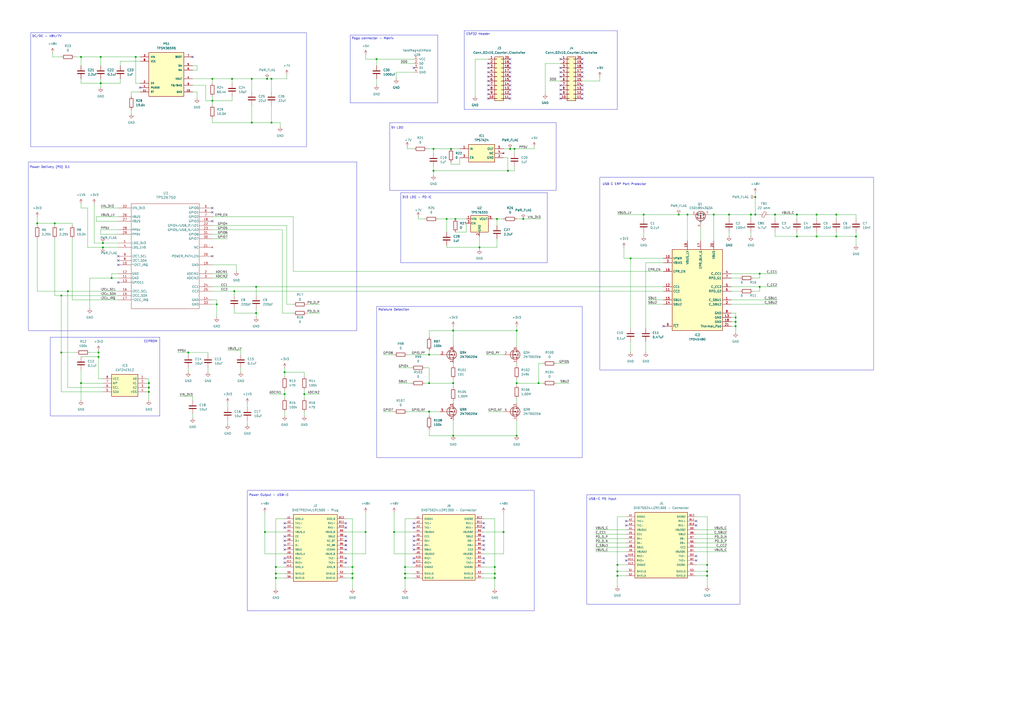
<source format=kicad_sch>
(kicad_sch (version 20250114) (generator "eeschema") (generator_version "9.0")
  (paper "A2")
  (title_block (title "Main_Power_module") (date "2025-06-22") (rev "v1"))
  (rectangle (start 269.24 17.78) (end 358.14 63.5))
  (rectangle (start 347.98 102.87) (end 506.73 214.63))
  (rectangle (start 226.06 71.12) (end 322.58 110.49))
  (rectangle (start 232.41 111.76) (end 317.5 152.4))
  (rectangle (start 340.36 287.02) (end 429.26 350.52))
  (rectangle (start 17.78 19.05) (end 177.8 85.09))
  (rectangle (start 203.2 20.32) (end 254 59.69))
  (rectangle (start 143.51 284.48) (end 309.88 354.33))
  (rectangle (start 16.51 93.98) (end 207.01 191.77))
  (rectangle (start 29.21 195.58) (end 92.71 241.3))
  (text "Power Output - USB-C" (at 155.956 287.274 0) (effects (font (size 1.27 1.27))))
  (text "DC/DC - 48V/7V" (at 27.178 21.082 0) (effects (font (size 1.27 1.27))))
  (text "USB C ERP Port Protector" (at 362.204 106.934 0) (effects (font (size 1.27 1.27))))
  (text "Power Delivery (PD) 3.1" (at 28.956 97.028 0) (effects (font (size 1.27 1.27))))
  (text "5V LDO" (at 230.378 74.168 0) (effects (font (size 1.27 1.27))))
  (text "Pogo connector - Matrix " (at 216.662 22.352 0) (effects (font (size 1.27 1.27))))
  (text "3V3 LDO - PD IC" (at 241.808 114.554 0) (effects (font (size 1.27 1.27))))
  (text "EEPROM" (at 87.376 198.12 0) (effects (font (size 1.27 1.27))))
  (text "ESP32 Header" (at 277.368 19.812 0) (effects (font (size 1.27 1.27))))
  (text "USB-C PD Input" (at 349.504 289.56 0) (effects (font (size 1.27 1.27))))
  (text_box "Moisture Detection" (at 218.44 177.8 0) (size 119.38 87.63) (margins 0.9525 0.9525 0.9525 0.9525) (effects (font (size 1.27 1.27)) (justify left top)))
  (junction (at 299.72 252.73))
  (junction (at 123.19 58.42))
  (junction (at 299.72 222.25))
  (junction (at 21.59 129.54))
  (junction (at 212.09 308.61))
  (junction (at 146.05 45.72))
  (junction (at 294.64 99.06))
  (junction (at 259.08 127))
  (junction (at 262.89 252.73))
  (junction (at 410.21 327.66))
  (junction (at 64.77 161.29))
  (junction (at 86.36 227.33))
  (junction (at 292.1 308.61))
  (junction (at 373.38 124.46))
  (junction (at 288.29 127))
  (junction (at 234.95 332.74))
  (junction (at 312.42 222.25))
  (junction (at 264.16 127))
  (junction (at 35.56 204.47))
  (junction (at 422.91 124.46))
  (junction (at 358.14 327.66))
  (junction (at 262.89 222.25))
  (junction (at 278.13 143.51))
  (junction (at 248.92 205.74))
  (junction (at 59.69 143.51))
  (junction (at 46.99 222.25))
  (junction (at 303.53 127))
  (junction (at 298.45 86.36))
  (junction (at 251.46 86.36))
  (junction (at 358.14 334.01))
  (junction (at 234.95 328.93))
  (junction (at 414.02 124.46))
  (junction (at 228.6 308.61))
  (junction (at 410.21 334.01))
  (junction (at 440.69 166.37))
  (junction (at 160.02 332.74))
  (junction (at 204.47 335.28))
  (junction (at 125.73 176.53))
  (junction (at 157.48 45.72))
  (junction (at 462.28 137.16))
  (junction (at 157.48 71.12))
  (junction (at 262.89 191.77))
  (junction (at 204.47 332.74))
  (junction (at 462.28 124.46))
  (junction (at 31.75 129.54))
  (junction (at 410.21 331.47))
  (junction (at 165.1 215.9))
  (junction (at 426.72 189.23))
  (junction (at 165.1 228.6))
  (junction (at 135.89 168.91))
  (junction (at 398.78 124.46))
  (junction (at 248.92 238.76))
  (junction (at 146.05 71.12))
  (junction (at 153.67 308.61))
  (junction (at 473.71 124.46))
  (junction (at 496.57 137.16))
  (junction (at 440.69 158.75))
  (junction (at 248.92 222.25))
  (junction (at 393.7 124.46))
  (junction (at 299.72 191.77))
  (junction (at 438.15 114.3))
  (junction (at 261.62 86.36))
  (junction (at 435.61 124.46))
  (junction (at 39.37 168.91))
  (junction (at 58.42 33.02))
  (junction (at 449.58 124.46))
  (junction (at 109.22 204.47))
  (junction (at 123.19 45.72))
  (junction (at 57.15 204.47))
  (junction (at 287.02 328.93))
  (junction (at 58.42 48.26))
  (junction (at 295.91 86.36))
  (junction (at 358.14 331.47))
  (junction (at 426.72 184.15))
  (junction (at 287.02 332.74))
  (junction (at 148.59 181.61))
  (junction (at 438.15 124.46))
  (junction (at 86.36 224.79))
  (junction (at 287.02 335.28))
  (junction (at 365.76 149.86))
  (junction (at 473.71 137.16))
  (junction (at 426.72 186.69))
  (junction (at 46.99 33.02))
  (junction (at 134.62 45.72))
  (junction (at 78.74 33.02))
  (junction (at 234.95 335.28))
  (junction (at 485.14 137.16))
  (junction (at 154.94 45.72))
  (junction (at 218.44 34.29))
  (junction (at 59.69 140.97))
  (junction (at 204.47 328.93))
  (junction (at 148.59 166.37))
  (junction (at 251.46 99.06))
  (junction (at 57.15 207.01))
  (junction (at 176.53 228.6))
  (junction (at 86.36 222.25))
  (junction (at 35.56 171.45))
  (junction (at 485.14 124.46))
  (junction (at 160.02 328.93))
  (junction (at 160.02 335.28))
  (no_connect (at 295.91 36.83))
  (no_connect (at 337.82 44.45))
  (no_connect (at 337.82 54.61))
  (no_connect (at 283.21 46.99))
  (no_connect (at 337.82 57.15))
  (no_connect (at 240.03 326.39))
  (no_connect (at 325.12 39.37))
  (no_connect (at 325.12 34.29))
  (no_connect (at 200.66 318.77))
  (no_connect (at 280.67 318.77))
  (no_connect (at 337.82 49.53))
  (no_connect (at 81.28 50.8))
  (no_connect (at 123.19 123.19))
  (no_connect (at 363.22 325.12))
  (no_connect (at 240.03 323.85))
  (no_connect (at 165.1 311.15))
  (no_connect (at 325.12 57.15))
  (no_connect (at 165.1 318.77))
  (no_connect (at 123.19 120.65))
  (no_connect (at 200.66 303.53))
  (no_connect (at 165.1 313.69))
  (no_connect (at 280.67 313.69))
  (no_connect (at 68.58 153.67))
  (no_connect (at 123.19 128.27))
  (no_connect (at 200.66 313.69))
  (no_connect (at 200.66 326.39))
  (no_connect (at 165.1 303.53))
  (no_connect (at 165.1 323.85))
  (no_connect (at 325.12 52.07))
  (no_connect (at 165.1 326.39))
  (no_connect (at 200.66 306.07))
  (no_connect (at 295.91 49.53))
  (no_connect (at 68.58 151.13))
  (no_connect (at 325.12 44.45))
  (no_connect (at 337.82 52.07))
  (no_connect (at 240.03 303.53))
  (no_connect (at 337.82 34.29))
  (no_connect (at 280.67 306.07))
  (no_connect (at 280.67 316.23))
  (no_connect (at 283.21 52.07))
  (no_connect (at 295.91 39.37))
  (no_connect (at 403.86 304.8))
  (no_connect (at 280.67 303.53))
  (no_connect (at 283.21 54.61))
  (no_connect (at 337.82 39.37))
  (no_connect (at 295.91 57.15))
  (no_connect (at 283.21 39.37))
  (no_connect (at 363.22 302.26))
  (no_connect (at 165.1 316.23))
  (no_connect (at 295.91 34.29))
  (no_connect (at 280.67 323.85))
  (no_connect (at 200.66 316.23))
  (no_connect (at 403.86 302.26))
  (no_connect (at 403.86 325.12))
  (no_connect (at 240.03 316.23))
  (no_connect (at 200.66 311.15))
  (no_connect (at 200.66 323.85))
  (no_connect (at 337.82 36.83))
  (no_connect (at 280.67 326.39))
  (no_connect (at 283.21 57.15))
  (no_connect (at 283.21 49.53))
  (no_connect (at 68.58 163.83))
  (no_connect (at 240.03 318.77))
  (no_connect (at 240.03 313.69))
  (no_connect (at 240.03 39.37))
  (no_connect (at 68.58 148.59))
  (no_connect (at 283.21 44.45))
  (no_connect (at 295.91 44.45))
  (no_connect (at 123.19 148.59))
  (no_connect (at 295.91 46.99))
  (no_connect (at 165.1 306.07))
  (no_connect (at 337.82 41.91))
  (no_connect (at 325.12 49.53))
  (no_connect (at 240.03 306.07))
  (no_connect (at 384.81 189.23))
  (no_connect (at 111.76 33.02))
  (no_connect (at 240.03 311.15))
  (no_connect (at 295.91 41.91))
  (no_connect (at 403.86 322.58))
  (no_connect (at 363.22 304.8))
  (no_connect (at 363.22 322.58))
  (no_connect (at 283.21 36.83))
  (no_connect (at 283.21 41.91))
  (no_connect (at 325.12 54.61))
  (no_connect (at 280.67 311.15))
  (no_connect (at 295.91 54.61))
  (no_connect (at 325.12 41.91))
  (no_connect (at 295.91 52.07))
  (wire (pts (xy 114.3 40.64) (xy 114.3 38.1)))
  (wire (pts (xy 266.7 95.25) (xy 266.7 91.44)))
  (wire (pts (xy 280.67 332.74) (xy 287.02 332.74)))
  (wire (pts (xy 229.87 41.91) (xy 229.87 45.72)))
  (wire (pts (xy 496.57 134.62) (xy 496.57 137.16)))
  (wire (pts (xy 424.18 173.99) (xy 450.85 173.99)))
  (wire (pts (xy 365.76 149.86) (xy 384.81 149.86)))
  (wire (pts (xy 57.15 203.2) (xy 57.15 204.47)))
  (wire (pts (xy 426.72 186.69) (xy 426.72 189.23)))
  (wire (pts (xy 55.88 125.73) (xy 55.88 128.27)))
  (wire (pts (xy 299.72 189.23) (xy 299.72 191.77)))
  (wire (pts (xy 46.99 33.02) (xy 58.42 33.02)))
  (wire (pts (xy 440.69 158.75) (xy 424.18 158.75)))
  (wire (pts (xy 46.99 120.65) (xy 46.99 118.11)))
  (wire (pts (xy 52.07 179.07) (xy 52.07 161.29)))
  (wire (pts (xy 123.19 161.29) (xy 132.08 161.29)))
  (wire (pts (xy 21.59 129.54) (xy 21.59 130.81)))
  (wire (pts (xy 148.59 166.37) (xy 384.81 166.37)))
  (wire (pts (xy 123.19 176.53) (xy 125.73 176.53)))
  (wire (pts (xy 85.09 227.33) (xy 86.36 227.33)))
  (wire (pts (xy 76.2 53.34) (xy 76.2 55.88)))
  (wire (pts (xy 85.09 219.71) (xy 86.36 219.71)))
  (wire (pts (xy 134.62 48.26) (xy 134.62 45.72)))
  (wire (pts (xy 485.14 134.62) (xy 485.14 137.16)))
  (wire (pts (xy 57.15 207.01) (xy 57.15 219.71)))
  (wire (pts (xy 135.89 179.07) (xy 135.89 181.61)))
  (wire (pts (xy 414.02 124.46) (xy 414.02 139.7)))
  (wire (pts (xy 35.56 204.47) (xy 35.56 227.33)))
  (wire (pts (xy 21.59 125.73) (xy 21.59 129.54)))
  (wire (pts (xy 111.76 232.41) (xy 111.76 229.87)))
  (wire (pts (xy 358.14 334.01) (xy 363.22 334.01)))
  (wire (pts (xy 259.08 127) (xy 259.08 134.62)))
  (wire (pts (xy 403.86 317.5) (xy 421.64 317.5)))
  (wire (pts (xy 234.95 335.28) (xy 234.95 332.74)))
  (wire (pts (xy 58.42 48.26) (xy 58.42 45.72)))
  (wire (pts (xy 424.18 181.61) (xy 426.72 181.61)))
  (wire (pts (xy 76.2 63.5) (xy 76.2 66.04)))
  (wire (pts (xy 496.57 124.46) (xy 496.57 127)))
  (wire (pts (xy 318.77 46.99) (xy 325.12 46.99)))
  (wire (pts (xy 166.37 176.53) (xy 170.18 176.53)))
  (wire (pts (xy 393.7 124.46) (xy 398.78 124.46)))
  (wire (pts (xy 165.1 228.6) (xy 165.1 231.14)))
  (wire (pts (xy 31.75 129.54) (xy 31.75 130.81)))
  (wire (pts (xy 292.1 297.18) (xy 292.1 308.61)))
  (wire (pts (xy 135.89 168.91) (xy 384.81 168.91)))
  (wire (pts (xy 292.1 321.31) (xy 280.67 321.31)))
  (wire (pts (xy 449.58 124.46) (xy 449.58 127)))
  (wire (pts (xy 59.69 227.33) (xy 35.56 227.33)))
  (wire (pts (xy 111.76 40.64) (xy 114.3 40.64)))
  (wire (pts (xy 384.81 152.4) (xy 374.65 152.4)))
  (wire (pts (xy 231.14 213.36) (xy 238.76 213.36)))
  (wire (pts (xy 165.1 332.74) (xy 160.02 332.74)))
  (wire (pts (xy 462.28 137.16) (xy 473.71 137.16)))
  (wire (pts (xy 69.85 38.1) (xy 69.85 35.56)))
  (wire (pts (xy 281.94 205.74) (xy 292.1 205.74)))
  (wire (pts (xy 69.85 35.56) (xy 81.28 35.56)))
  (wire (pts (xy 123.19 135.89) (xy 132.08 135.89)))
  (wire (pts (xy 422.91 124.46) (xy 435.61 124.46)))
  (wire (pts (xy 54.61 140.97) (xy 59.69 140.97)))
  (wire (pts (xy 30.48 33.02) (xy 35.56 33.02)))
  (wire (pts (xy 69.85 48.26) (xy 69.85 45.72)))
  (wire (pts (xy 262.89 232.41) (xy 262.89 233.68)))
  (wire (pts (xy 41.91 173.99) (xy 68.58 173.99)))
  (wire (pts (xy 424.18 161.29) (xy 429.26 161.29)))
  (wire (pts (xy 58.42 135.89) (xy 68.58 135.89)))
  (wire (pts (xy 262.89 219.71) (xy 262.89 222.25)))
  (wire (pts (xy 426.72 184.15) (xy 426.72 186.69)))
  (wire (pts (xy 46.99 48.26) (xy 58.42 48.26)))
  (wire (pts (xy 374.65 152.4) (xy 374.65 190.5)))
  (wire (pts (xy 262.89 243.84) (xy 262.89 252.73)))
  (wire (pts (xy 259.08 127) (xy 264.16 127)))
  (wire (pts (xy 160.02 335.28) (xy 160.02 341.63)))
  (wire (pts (xy 361.95 149.86) (xy 365.76 149.86)))
  (wire (pts (xy 440.69 166.37) (xy 450.85 166.37)))
  (wire (pts (xy 251.46 86.36) (xy 261.62 86.36)))
  (wire (pts (xy 148.59 166.37) (xy 148.59 171.45)))
  (wire (pts (xy 111.76 45.72) (xy 123.19 45.72)))
  (wire (pts (xy 176.53 228.6) (xy 176.53 231.14)))
  (wire (pts (xy 111.76 49.53) (xy 119.38 49.53)))
  (wire (pts (xy 200.66 335.28) (xy 204.47 335.28)))
  (wire (pts (xy 292.1 91.44) (xy 294.64 91.44)))
  (wire (pts (xy 449.58 137.16) (xy 462.28 137.16)))
  (wire (pts (xy 21.59 168.91) (xy 21.59 138.43)))
  (wire (pts (xy 31.75 129.54) (xy 41.91 129.54)))
  (wire (pts (xy 153.67 297.18) (xy 153.67 308.61)))
  (wire (pts (xy 403.86 309.88) (xy 421.64 309.88)))
  (wire (pts (xy 39.37 168.91) (xy 68.58 168.91)))
  (wire (pts (xy 114.3 38.1) (xy 111.76 38.1)))
  (wire (pts (xy 120.65 204.47) (xy 120.65 205.74)))
  (wire (pts (xy 248.92 241.3) (xy 248.92 238.76)))
  (wire (pts (xy 35.56 171.45) (xy 68.58 171.45)))
  (wire (pts (xy 232.41 36.83) (xy 240.03 36.83)))
  (wire (pts (xy 200.66 328.93) (xy 204.47 328.93)))
  (wire (pts (xy 426.72 189.23) (xy 426.72 193.04)))
  (wire (pts (xy 242.57 125.73) (xy 242.57 127)))
  (wire (pts (xy 222.25 238.76) (xy 228.6 238.76)))
  (wire (pts (xy 410.21 299.72) (xy 403.86 299.72)))
  (wire (pts (xy 204.47 335.28) (xy 204.47 341.63)))
  (wire (pts (xy 165.1 300.99) (xy 160.02 300.99)))
  (wire (pts (xy 278.13 137.16) (xy 278.13 143.51)))
  (wire (pts (xy 86.36 224.79) (xy 86.36 227.33)))
  (wire (pts (xy 398.78 124.46) (xy 398.78 139.7)))
  (wire (pts (xy 54.61 118.11) (xy 54.61 140.97)))
  (wire (pts (xy 299.72 222.25) (xy 299.72 223.52)))
  (wire (pts (xy 292.1 308.61) (xy 280.67 308.61)))
  (wire (pts (xy 261.62 93.98) (xy 261.62 95.25)))
  (wire (pts (xy 135.89 168.91) (xy 135.89 171.45)))
  (wire (pts (xy 52.07 161.29) (xy 64.77 161.29)))
  (wire (pts (xy 163.83 133.35) (xy 163.83 181.61)))
  (wire (pts (xy 316.23 36.83) (xy 316.23 54.61)))
  (wire (pts (xy 287.02 300.99) (xy 280.67 300.99)))
  (wire (pts (xy 248.92 222.25) (xy 262.89 222.25)))
  (wire (pts (xy 246.38 213.36) (xy 248.92 213.36)))
  (wire (pts (xy 345.44 312.42) (xy 363.22 312.42)))
  (wire (pts (xy 403.86 334.01) (xy 410.21 334.01)))
  (wire (pts (xy 262.89 189.23) (xy 262.89 191.77)))
  (wire (pts (xy 21.59 168.91) (xy 39.37 168.91)))
  (wire (pts (xy 68.58 133.35) (xy 58.42 133.35)))
  (wire (pts (xy 288.29 143.51) (xy 288.29 138.43)))
  (wire (pts (xy 234.95 328.93) (xy 234.95 300.99)))
  (wire (pts (xy 109.22 204.47) (xy 109.22 205.74)))
  (wire (pts (xy 294.64 99.06) (xy 298.45 99.06)))
  (wire (pts (xy 157.48 45.72) (xy 166.37 45.72)))
  (wire (pts (xy 242.57 127) (xy 246.38 127)))
  (wire (pts (xy 236.22 86.36) (xy 240.03 86.36)))
  (wire (pts (xy 204.47 300.99) (xy 204.47 328.93)))
  (wire (pts (xy 156.21 228.6) (xy 165.1 228.6)))
  (wire (pts (xy 68.58 161.29) (xy 64.77 161.29)))
  (wire (pts (xy 35.56 171.45) (xy 35.56 204.47)))
  (wire (pts (xy 414.02 124.46) (xy 422.91 124.46)))
  (wire (pts (xy 374.65 198.12) (xy 374.65 204.47)))
  (wire (pts (xy 228.6 308.61) (xy 228.6 321.31)))
  (wire (pts (xy 375.92 173.99) (xy 384.81 173.99)))
  (wire (pts (xy 165.1 213.36) (xy 165.1 215.9)))
  (wire (pts (xy 231.14 222.25) (xy 238.76 222.25)))
  (wire (pts (xy 280.67 328.93) (xy 287.02 328.93)))
  (wire (pts (xy 234.95 335.28) (xy 240.03 335.28)))
  (wire (pts (xy 146.05 71.12) (xy 157.48 71.12)))
  (wire (pts (xy 361.95 143.51) (xy 361.95 149.86)))
  (wire (pts (xy 123.19 166.37) (xy 148.59 166.37)))
  (wire (pts (xy 58.42 48.26) (xy 69.85 48.26)))
  (wire (pts (xy 55.88 128.27) (xy 68.58 128.27)))
  (wire (pts (xy 119.38 49.53) (xy 119.38 58.42)))
  (wire (pts (xy 358.14 327.66) (xy 363.22 327.66)))
  (wire (pts (xy 462.28 124.46) (xy 462.28 127)))
  (wire (pts (xy 440.69 158.75) (xy 450.85 158.75)))
  (wire (pts (xy 438.15 114.3) (xy 438.15 124.46)))
  (wire (pts (xy 176.53 238.76) (xy 176.53 241.3)))
  (wire (pts (xy 165.1 335.28) (xy 160.02 335.28)))
  (wire (pts (xy 410.21 327.66) (xy 410.21 299.72)))
  (wire (pts (xy 55.88 125.73) (xy 68.58 125.73)))
  (wire (pts (xy 345.44 320.04) (xy 363.22 320.04)))
  (wire (pts (xy 148.59 179.07) (xy 148.59 181.61)))
  (wire (pts (xy 345.44 317.5) (xy 363.22 317.5)))
  (wire (pts (xy 247.65 86.36) (xy 251.46 86.36)))
  (wire (pts (xy 123.19 58.42) (xy 123.19 60.96)))
  (wire (pts (xy 299.72 219.71) (xy 299.72 222.25)))
  (wire (pts (xy 449.58 134.62) (xy 449.58 137.16)))
  (wire (pts (xy 137.16 153.67) (xy 123.19 153.67)))
  (wire (pts (xy 222.25 205.74) (xy 228.6 205.74)))
  (wire (pts (xy 166.37 130.81) (xy 166.37 176.53)))
  (wire (pts (xy 132.08 243.84) (xy 132.08 246.38)))
  (wire (pts (xy 403.86 307.34) (xy 421.64 307.34)))
  (wire (pts (xy 58.42 120.65) (xy 68.58 120.65)))
  (wire (pts (xy 251.46 99.06) (xy 294.64 99.06)))
  (wire (pts (xy 345.44 307.34) (xy 363.22 307.34)))
  (wire (pts (xy 212.09 321.31) (xy 200.66 321.31)))
  (wire (pts (xy 58.42 48.26) (xy 58.42 50.8)))
  (wire (pts (xy 176.53 228.6) (xy 185.42 228.6)))
  (wire (pts (xy 139.7 203.2) (xy 132.08 203.2)))
  (wire (pts (xy 358.14 124.46) (xy 373.38 124.46)))
  (wire (pts (xy 312.42 222.25) (xy 314.96 222.25)))
  (wire (pts (xy 422.91 134.62) (xy 422.91 137.16)))
  (wire (pts (xy 298.45 99.06) (xy 298.45 96.52)))
  (wire (pts (xy 422.91 124.46) (xy 422.91 127)))
  (wire (pts (xy 248.92 203.2) (xy 248.92 205.74)))
  (wire (pts (xy 234.95 300.99) (xy 240.03 300.99)))
  (wire (pts (xy 59.69 140.97) (xy 68.58 140.97)))
  (wire (pts (xy 123.19 168.91) (xy 135.89 168.91)))
  (wire (pts (xy 398.78 124.46) (xy 401.32 124.46)))
  (wire (pts (xy 200.66 300.99) (xy 204.47 300.99)))
  (wire (pts (xy 31.75 138.43) (xy 31.75 171.45)))
  (wire (pts (xy 248.92 205.74) (xy 255.27 205.74)))
  (wire (pts (xy 163.83 181.61) (xy 170.18 181.61)))
  (wire (pts (xy 264.16 127) (xy 270.51 127)))
  (wire (pts (xy 146.05 53.34) (xy 146.05 45.72)))
  (wire (pts (xy 473.71 124.46) (xy 473.71 127)))
  (wire (pts (xy 406.4 132.08) (xy 406.4 139.7)))
  (wire (pts (xy 125.73 176.53) (xy 125.73 173.99)))
  (wire (pts (xy 64.77 161.29) (xy 64.77 158.75)))
  (wire (pts (xy 212.09 34.29) (xy 218.44 34.29)))
  (wire (pts (xy 176.53 226.06) (xy 176.53 228.6)))
  (wire (pts (xy 299.72 243.84) (xy 299.72 252.73)))
  (wire (pts (xy 153.67 308.61) (xy 153.67 321.31)))
  (wire (pts (xy 153.67 308.61) (xy 165.1 308.61)))
  (wire (pts (xy 303.53 127) (xy 313.69 127)))
  (wire (pts (xy 234.95 341.63) (xy 234.95 335.28)))
  (wire (pts (xy 218.44 45.72) (xy 218.44 49.53)))
  (wire (pts (xy 248.92 238.76) (xy 255.27 238.76)))
  (wire (pts (xy 46.99 33.02) (xy 46.99 38.1)))
  (wire (pts (xy 148.59 184.15) (xy 148.59 181.61)))
  (wire (pts (xy 204.47 328.93) (xy 204.47 332.74)))
  (wire (pts (xy 485.14 137.16) (xy 496.57 137.16)))
  (wire (pts (xy 358.14 340.36) (xy 358.14 334.01)))
  (wire (pts (xy 246.38 222.25) (xy 248.92 222.25)))
  (wire (pts (xy 123.19 158.75) (xy 132.08 158.75)))
  (wire (pts (xy 292.1 308.61) (xy 292.1 321.31)))
  (wire (pts (xy 449.58 124.46) (xy 462.28 124.46)))
  (wire (pts (xy 59.69 143.51) (xy 68.58 143.51)))
  (wire (pts (xy 373.38 134.62) (xy 373.38 137.16)))
  (wire (pts (xy 278.13 143.51) (xy 288.29 143.51)))
  (wire (pts (xy 248.92 248.92) (xy 248.92 252.73)))
  (wire (pts (xy 358.14 331.47) (xy 363.22 331.47)))
  (wire (pts (xy 347.98 44.45) (xy 347.98 46.99)))
  (wire (pts (xy 123.19 48.26) (xy 123.19 45.72)))
  (wire (pts (xy 204.47 332.74) (xy 204.47 335.28)))
  (wire (pts (xy 234.95 332.74) (xy 240.03 332.74)))
  (wire (pts (xy 275.59 34.29) (xy 275.59 55.88)))
  (wire (pts (xy 473.71 137.16) (xy 485.14 137.16)))
  (wire (pts (xy 123.19 45.72) (xy 134.62 45.72)))
  (wire (pts (xy 436.88 161.29) (xy 440.69 161.29)))
  (wire (pts (xy 299.72 210.82) (xy 299.72 212.09)))
  (wire (pts (xy 52.07 204.47) (xy 57.15 204.47)))
  (wire (pts (xy 287.02 341.63) (xy 287.02 335.28)))
  (wire (pts (xy 473.71 124.46) (xy 485.14 124.46)))
  (wire (pts (xy 294.64 91.44) (xy 294.64 99.06)))
  (wire (pts (xy 123.19 58.42) (xy 134.62 58.42)))
  (wire (pts (xy 153.67 321.31) (xy 165.1 321.31)))
  (wire (pts (xy 424.18 186.69) (xy 426.72 186.69)))
  (wire (pts (xy 285.75 127) (xy 288.29 127)))
  (wire (pts (xy 278.13 143.51) (xy 278.13 144.78)))
  (wire (pts (xy 160.02 328.93) (xy 160.02 332.74)))
  (wire (pts (xy 365.76 149.86) (xy 365.76 190.5)))
  (wire (pts (xy 440.69 166.37) (xy 424.18 166.37)))
  (wire (pts (xy 146.05 71.12) (xy 123.19 71.12)))
  (wire (pts (xy 50.8 143.51) (xy 59.69 143.51)))
  (wire (pts (xy 157.48 71.12) (xy 162.56 71.12)))
  (wire (pts (xy 21.59 129.54) (xy 31.75 129.54)))
  (wire (pts (xy 248.92 213.36) (xy 248.92 222.25)))
  (wire (pts (xy 270.51 129.54) (xy 270.51 134.62)))
  (wire (pts (xy 41.91 129.54) (xy 41.91 130.81)))
  (wire (pts (xy 345.44 309.88) (xy 363.22 309.88)))
  (wire (pts (xy 435.61 124.46) (xy 438.15 124.46)))
  (wire (pts (xy 85.09 224.79) (xy 86.36 224.79)))
  (wire (pts (xy 358.14 334.01) (xy 358.14 331.47)))
  (wire (pts (xy 146.05 45.72) (xy 154.94 45.72)))
  (wire (pts (xy 424.18 168.91) (xy 429.26 168.91)))
  (wire (pts (xy 139.7 213.36) (xy 139.7 215.9)))
  (wire (pts (xy 143.51 243.84) (xy 143.51 246.38)))
  (wire (pts (xy 154.94 45.72) (xy 157.48 45.72)))
  (wire (pts (xy 280.67 335.28) (xy 287.02 335.28)))
  (wire (pts (xy 424.18 184.15) (xy 426.72 184.15)))
  (wire (pts (xy 436.88 168.91) (xy 440.69 168.91)))
  (wire (pts (xy 31.75 171.45) (xy 35.56 171.45)))
  (wire (pts (xy 139.7 205.74) (xy 139.7 203.2)))
  (wire (pts (xy 76.2 53.34) (xy 81.28 53.34)))
  (wire (pts (xy 438.15 111.76) (xy 438.15 114.3)))
  (wire (pts (xy 58.42 133.35) (xy 58.42 135.89)))
  (wire (pts (xy 120.65 213.36) (xy 120.65 215.9)))
  (wire (pts (xy 298.45 86.36) (xy 298.45 88.9)))
  (wire (pts (xy 254 127) (xy 259.08 127)))
  (wire (pts (xy 119.38 58.42) (xy 123.19 58.42)))
  (wire (pts (xy 78.74 33.02) (xy 81.28 33.02)))
  (wire (pts (xy 236.22 205.74) (xy 248.92 205.74)))
  (wire (pts (xy 134.62 58.42) (xy 134.62 55.88)))
  (wire (pts (xy 299.72 231.14) (xy 299.72 233.68)))
  (wire (pts (xy 111.76 229.87) (xy 104.14 229.87)))
  (wire (pts (xy 58.42 33.02) (xy 58.42 38.1)))
  (wire (pts (xy 462.28 124.46) (xy 473.71 124.46)))
  (wire (pts (xy 262.89 222.25) (xy 262.89 224.79)))
  (wire (pts (xy 262.89 191.77) (xy 299.72 191.77)))
  (wire (pts (xy 57.15 219.71) (xy 59.69 219.71)))
  (wire (pts (xy 236.22 86.36) (xy 236.22 85.09)))
  (wire (pts (xy 287.02 328.93) (xy 287.02 300.99)))
  (wire (pts (xy 410.21 340.36) (xy 410.21 334.01)))
  (wire (pts (xy 261.62 86.36) (xy 266.7 86.36)))
  (wire (pts (xy 170.18 125.73) (xy 170.18 157.48)))
  (wire (pts (xy 251.46 99.06) (xy 251.46 101.6)))
  (wire (pts (xy 375.92 176.53) (xy 384.81 176.53)))
  (wire (pts (xy 440.69 168.91) (xy 440.69 166.37)))
  (wire (pts (xy 445.77 124.46) (xy 449.58 124.46)))
  (wire (pts (xy 165.1 226.06) (xy 165.1 228.6)))
  (wire (pts (xy 134.62 45.72) (xy 146.05 45.72)))
  (wire (pts (xy 259.08 143.51) (xy 278.13 143.51)))
  (wire (pts (xy 157.48 60.96) (xy 157.48 71.12)))
  (wire (pts (xy 165.1 215.9) (xy 176.53 215.9)))
  (wire (pts (xy 123.19 130.81) (xy 166.37 130.81)))
  (wire (pts (xy 212.09 297.18) (xy 212.09 308.61)))
  (wire (pts (xy 30.48 30.48) (xy 30.48 33.02)))
  (wire (pts (xy 403.86 314.96) (xy 421.64 314.96)))
  (wire (pts (xy 146.05 60.96) (xy 146.05 71.12)))
  (wire (pts (xy 322.58 210.82) (xy 330.2 210.82)))
  (wire (pts (xy 403.86 327.66) (xy 410.21 327.66)))
  (wire (pts (xy 403.86 312.42) (xy 421.64 312.42)))
  (wire (pts (xy 86.36 227.33) (xy 86.36 232.41)))
  (wire (pts (xy 85.09 222.25) (xy 86.36 222.25)))
  (wire (pts (xy 125.73 184.15) (xy 125.73 176.53)))
  (wire (pts (xy 176.53 215.9) (xy 176.53 218.44)))
  (wire (pts (xy 295.91 86.36) (xy 298.45 86.36)))
  (wire (pts (xy 143.51 233.68) (xy 143.51 236.22)))
  (wire (pts (xy 50.8 120.65) (xy 50.8 143.51)))
  (wire (pts (xy 43.18 33.02) (xy 46.99 33.02)))
  (wire (pts (xy 299.72 127) (xy 303.53 127)))
  (wire (pts (xy 259.08 142.24) (xy 259.08 143.51)))
  (wire (pts (xy 248.92 252.73) (xy 262.89 252.73)))
  (wire (pts (xy 261.62 95.25) (xy 266.7 95.25)))
  (wire (pts (xy 262.89 210.82) (xy 262.89 212.09)))
  (wire (pts (xy 177.8 181.61) (xy 185.42 181.61)))
  (wire (pts (xy 109.22 213.36) (xy 109.22 215.9)))
  (wire (pts (xy 86.36 219.71) (xy 86.36 222.25)))
  (wire (pts (xy 59.69 222.25) (xy 46.99 222.25)))
  (wire (pts (xy 373.38 124.46) (xy 393.7 124.46)))
  (wire (pts (xy 403.86 331.47) (xy 410.21 331.47)))
  (wire (pts (xy 322.58 222.25) (xy 330.2 222.25)))
  (wire (pts (xy 212.09 31.75) (xy 212.09 34.29)))
  (wire (pts (xy 365.76 198.12) (xy 365.76 204.47)))
  (wire (pts (xy 46.99 222.25) (xy 46.99 232.41)))
  (wire (pts (xy 46.99 207.01) (xy 57.15 207.01)))
  (wire (pts (xy 125.73 173.99) (xy 123.19 173.99)))
  (wire (pts (xy 410.21 331.47) (xy 410.21 327.66)))
  (wire (pts (xy 283.21 34.29) (xy 275.59 34.29)))
  (wire (pts (xy 212.09 308.61) (xy 200.66 308.61)))
  (wire (pts (xy 485.14 124.46) (xy 485.14 127)))
  (wire (pts (xy 298.45 86.36) (xy 309.88 86.36)))
  (wire (pts (xy 162.56 71.12) (xy 162.56 73.66)))
  (wire (pts (xy 426.72 181.61) (xy 426.72 184.15)))
  (wire (pts (xy 288.29 127) (xy 292.1 127)))
  (wire (pts (xy 81.28 48.26) (xy 78.74 48.26)))
  (wire (pts (xy 264.16 134.62) (xy 270.51 134.62)))
  (wire (pts (xy 160.02 332.74) (xy 160.02 335.28)))
  (wire (pts (xy 218.44 34.29) (xy 218.44 38.1)))
  (wire (pts (xy 137.16 157.48) (xy 137.16 153.67)))
  (wire (pts (xy 236.22 238.76) (xy 248.92 238.76)))
  (wire (pts (xy 325.12 36.83) (xy 316.23 36.83)))
  (wire (pts (xy 57.15 204.47) (xy 57.15 207.01)))
  (wire (pts (xy 123.19 55.88) (xy 123.19 58.42)))
  (wire (pts (xy 78.74 33.02) (xy 78.74 48.26)))
  (wire (pts (xy 228.6 321.31) (xy 240.03 321.31)))
  (wire (pts (xy 347.98 46.99) (xy 337.82 46.99)))
  (wire (pts (xy 424.18 176.53) (xy 450.85 176.53)))
  (wire (pts (xy 135.89 181.61) (xy 148.59 181.61)))
  (wire (pts (xy 358.14 327.66) (xy 358.14 299.72)))
  (wire (pts (xy 114.3 53.34) (xy 114.3 57.15)))
  (wire (pts (xy 123.19 125.73) (xy 170.18 125.73)))
  (wire (pts (xy 170.18 157.48) (xy 384.81 157.48)))
  (wire (pts (xy 358.14 299.72) (xy 363.22 299.72)))
  (wire (pts (xy 248.92 195.58) (xy 248.92 191.77)))
  (wire (pts (xy 410.21 334.01) (xy 410.21 331.47)))
  (wire (pts (xy 435.61 134.62) (xy 435.61 137.16)))
  (wire (pts (xy 373.38 124.46) (xy 373.38 127)))
  (wire (pts (xy 438.15 124.46) (xy 440.69 124.46)))
  (wire (pts (xy 292.1 86.36) (xy 295.91 86.36)))
  (wire (pts (xy 262.89 200.66) (xy 262.89 191.77)))
  (wire (pts (xy 109.22 204.47) (xy 120.65 204.47)))
  (wire (pts (xy 123.19 71.12) (xy 123.19 68.58)))
  (wire (pts (xy 157.48 53.34) (xy 157.48 45.72)))
  (wire (pts (xy 403.86 320.04) (xy 421.64 320.04)))
  (wire (pts (xy 165.1 238.76) (xy 165.1 241.3)))
  (wire (pts (xy 212.09 308.61) (xy 212.09 321.31)))
  (wire (pts (xy 485.14 124.46) (xy 496.57 124.46)))
  (wire (pts (xy 58.42 33.02) (xy 78.74 33.02)))
  (wire (pts (xy 160.02 300.99) (xy 160.02 328.93)))
  (wire (pts (xy 229.87 41.91) (xy 240.03 41.91)))
  (wire (pts (xy 234.95 332.74) (xy 234.95 328.93)))
  (wire (pts (xy 123.19 133.35) (xy 163.83 133.35)))
  (wire (pts (xy 345.44 314.96) (xy 363.22 314.96)))
  (wire (pts (xy 287.02 335.28) (xy 287.02 332.74)))
  (wire (pts (xy 312.42 210.82) (xy 312.42 222.25)))
  (wire (pts (xy 166.37 43.18) (xy 166.37 45.72)))
  (wire (pts (xy 160.02 328.93) (xy 165.1 328.93)))
  (wire (pts (xy 358.14 331.47) (xy 358.14 327.66)))
  (wire (pts (xy 200.66 332.74) (xy 204.47 332.74)))
  (wire (pts (xy 288.29 127) (xy 288.29 130.81)))
  (wire (pts (xy 39.37 224.79) (xy 59.69 224.79)))
  (wire (pts (xy 283.21 238.76) (xy 292.1 238.76)))
  (wire (pts (xy 46.99 120.65) (xy 50.8 120.65)))
  (wire (pts (xy 132.08 233.68) (xy 132.08 236.22)))
  (wire (pts (xy 102.87 204.47) (xy 109.22 204.47)))
  (wire (pts (xy 41.91 138.43) (xy 41.91 173.99)))
  (wire (pts (xy 228.6 297.18) (xy 228.6 308.61)))
  (wire (pts (xy 462.28 134.62) (xy 462.28 137.16)))
  (wire (pts (xy 64.77 158.75) (xy 68.58 158.75)))
  (wire (pts (xy 123.19 138.43) (xy 132.08 138.43)))
  (wire (pts (xy 46.99 45.72) (xy 46.99 48.26)))
  (wire (pts (xy 177.8 176.53) (xy 185.42 176.53)))
  (wire (pts (xy 248.92 191.77) (xy 262.89 191.77)))
  (wire (pts (xy 440.69 161.29) (xy 440.69 158.75)))
  (wire (pts (xy 111.76 53.34) (xy 114.3 53.34)))
  (wire (pts (xy 411.48 124.46) (xy 414.02 124.46)))
  (wire (pts (xy 435.61 124.46) (xy 435.61 127)))
  (wire (pts (xy 299.72 191.77) (xy 299.72 200.66)))
  (wire (pts (xy 86.36 222.25) (xy 86.36 224.79)))
  (wire (pts (xy 309.88 86.36) (xy 309.88 85.09)))
  (wire (pts (xy 251.46 96.52) (xy 251.46 99.06)))
  (wire (pts (xy 287.02 332.74) (xy 287.02 328.93)))
  (wire (pts (xy 228.6 308.61) (xy 240.03 308.61)))
  (wire (pts (xy 299.72 222.25) (xy 312.42 222.25)))
  (wire (pts (xy 165.1 215.9) (xy 165.1 218.44)))
  (wire (pts (xy 234.95 328.93) (xy 240.03 328.93)))
  (wire (pts (xy 111.76 240.03) (xy 111.76 242.57)))
  (wire (pts (xy 251.46 86.36) (xy 251.46 88.9)))
  (wire (pts (xy 35.56 204.47) (xy 44.45 204.47)))
  (wire (pts (xy 262.89 252.73) (xy 299.72 252.73)))
  (wire (pts (xy 473.71 134.62) (xy 473.71 137.16)))
  (wire (pts (xy 39.37 168.91) (xy 39.37 224.79)))
  (wire (pts (xy 314.96 210.82) (xy 312.42 210.82)))
  (wire (pts (xy 46.99 214.63) (xy 46.99 222.25)))
  (wire (pts (xy 218.44 34.29) (xy 240.03 34.29)))
  (wire (pts (xy 424.18 189.23) (xy 426.72 189.23)))
  (wire (pts (xy 496.57 137.16) (xy 496.57 142.24)))
  (label "ADCIN1" (at 132.08 158.75 180))
  (label "DO0" (at 318.77 46.99 0))
  (label "GPIO_PF" (at 281.94 205.74 0))
  (label "C_SBU2" (at 450.85 176.53 180))
  (label "PD_D_N" (at 421.64 312.42 180))
  (label "VBUS_C" (at 345.44 320.04 0))
  (label "SBU2" (at 375.92 176.53 0))
  (label "SBU1" (at 231.14 222.25 0))
  (label "GPIO6" (at 222.25 205.74 0))
  (label "PP5V" (at 102.87 204.47 0))
  (label "PD_D_P" (at 185.42 176.53 180))
  (label "C_CC1" (at 450.85 158.75 180))
  (label "PP5V" (at 58.42 133.35 0))
  (label "GPIO_NF" (at 238.76 238.76 0))
  (label "GPIO4" (at 132.08 130.81 180))
  (label "I2Cc_SDA" (at 58.42 171.45 0))
  (label "VBUS_C" (at 345.44 307.34 0))
  (label "ADCIN2" (at 132.08 161.29 180))
  (label "GPIO4" (at 231.14 213.36 0))
  (label "ADCIN1" (at 156.21 228.6 0))
  (label "SBU1" (at 375.92 173.99 0))
  (label "C_CC2" (at 421.64 317.5 180))
  (label "DO0" (at 232.41 36.83 0))
  (label "PD_D_N" (at 345.44 314.96 0))
  (label "VIN_3V3" (at 58.42 120.65 0))
  (label "PD_D_P" (at 345.44 312.42 0))
  (label "VIN_3V3" (at 104.14 229.87 0))
  (label "I2Cc_IRQ" (at 58.42 173.99 0))
  (label "VIN_3V3" (at 313.69 127 180))
  (label "GPIO7" (at 222.25 238.76 0))
  (label "EPR_EN" (at 375.92 157.48 0))
  (label "GPIO5" (at 330.2 210.82 180))
  (label "CC1" (at 132.08 166.37 180))
  (label "PP5V" (at 300.99 86.36 0))
  (label "C_CC1" (at 345.44 309.88 0))
  (label "C_SBU1" (at 345.44 317.5 0))
  (label "ADCIN2" (at 185.42 228.6 180))
  (label "GPIO5" (at 132.08 133.35 180))
  (label "C_CC2" (at 450.85 166.37 180))
  (label "GPIO6" (at 132.08 135.89 180))
  (label "VBUS_LV" (at 132.08 203.2 0))
  (label "C_SBU1" (at 450.85 173.99 180))
  (label "C_SBU2" (at 421.64 309.88 180))
  (label "VBUS_C" (at 421.64 307.34 180))
  (label "GPIO_PF" (at 238.76 205.74 0))
  (label "GPIO7" (at 132.08 138.43 180))
  (label "I2Cc_SCL" (at 58.42 168.91 0))
  (label "VBUS_C" (at 421.64 320.04 180))
  (label "CC2" (at 132.08 168.91 180))
  (label "VBUS_C" (at 453.39 124.46 0))
  (label "VBUS_LV" (at 358.14 124.46 0))
  (label "GPIO_NF" (at 283.21 238.76 0))
  (label "EPR_EN" (at 132.08 125.73 180))
  (label "PD_D_N" (at 185.42 181.61 180))
  (label "PD_D_P" (at 421.64 314.96 180))
  (label "VBUS_LV" (at 58.42 125.73 0))
  (label "SBU2" (at 330.2 222.25 180))
  (symbol (lib_id "Device:R") (at 123.19 64.77 0) (unit 1)
    (property "Reference" "R29" (at 125.73 63.4999 0) (effects (justify left)))
    (property "Value" "10.0K" (at 125.73 66.0399 0) (effects (justify left)))
    (property "Footprint" "Resistor_SMD:R_0402_1005Metric" (effects (hide yes)))
    (property "Description" "Resistor" (effects (hide yes)))
  )
  (symbol (lib_id "power:+7.5V") (at 236.22 85.09 0) (unit 1)
    (property "Reference" "#PWR038" (effects (hide yes)))
    (property "Value" "+7V" (at 234.696 81.28 0) (effects (justify left)))
    (property "Description" "Power symbol creates a global label with name \"+7.5V\"" (effects (hide yes)))
  )
  (symbol (lib_id "Device:C") (at 462.28 130.81 0) (unit 1)
    (property "Reference" "C4" (at 466.09 129.5399 0) (effects (justify left)))
    (property "Value" "10nF" (at 466.09 132.0799 0) (effects (justify left)))
    (property "Footprint" "Capacitor_SMD:C_0603_1608Metric" (effects (hide yes)))
    (property "Description" "Unpolarized capacitor" (effects (hide yes)))
  )
  (symbol (lib_id "Device:C") (at 218.44 41.91 0) (unit 1)
    (property "Reference" "C30" (at 222.25 40.6399 0) (effects (justify left)))
    (property "Value" "1000uF" (at 222.25 43.1799 0) (effects (justify left)))
    (property "Footprint" "Capacitor_Tantalum_SMD:CP_EIA-7343-15_Kemet-W" (effects (hide yes)))
    (property "Description" "Unpolarized capacitor" (effects (hide yes)))
  )
  (symbol (lib_id "power:+3V3") (at 165.1 213.36 0) (unit 1)
    (property "Reference" "#PWR041" (effects (hide yes)))
    (property "Value" "+3V3" (at 165.1 208.28 0))
    (property "Description" "Power symbol creates a global label with name \"+3V3\"" (effects (hide yes)))
  )
  (symbol (lib_id "Device:R") (at 295.91 127 90) (unit 1)
    (property "Reference" "R26" (at 295.91 120.65 90))
    (property "Value" "0" (at 295.91 123.19 90))
    (property "Footprint" "Resistor_SMD:R_0201_0603Metric" (effects (hide yes)))
    (property "Description" "Resistor" (effects (hide yes)))
  )
  (symbol (lib_id "power:+48V") (at 30.48 30.48 0) (unit 1)
    (property "Reference" "#PWR039" (effects (hide yes)))
    (property "Value" "+48V" (at 30.48 25.4 0))
    (property "Description" "Power symbol creates a global label with name \"+48V\"" (effects (hide yes)))
  )
  (symbol (lib_id "Device:R") (at 318.77 222.25 90) (unit 1)
    (property "Reference" "R104" (at 318.77 215.9 90))
    (property "Value" "0" (at 318.77 218.44 90))
    (property "Footprint" "Resistor_SMD:R_0402_1005Metric" (effects (hide yes)))
    (property "Description" "Resistor" (effects (hide yes)))
  )
  (symbol (lib_id "Device:R") (at 433.07 161.29 90) (mirror x) (unit 1)
    (property "Reference" "R10" (at 436.88 163.83 90))
    (property "Value" "0" (at 430.276 163.83 90))
    (property "Footprint" "Resistor_SMD:R_0201_0603Metric" (effects (hide yes)))
    (property "Description" "Resistor" (effects (hide yes)))
  )
  (symbol (lib_id "power:+48V") (at 292.1 297.18 0) (mirror y) (unit 1)
    (property "Reference" "#PWR050" (effects (hide yes)))
    (property "Value" "+48V" (at 292.1 292.1 0))
    (property "Description" "Power symbol creates a global label with name \"+48V\"" (effects (hide yes)))
  )
  (symbol (lib_id "power:PWR_FLAG") (at 154.94 45.72 0) (unit 1)
    (property "Reference" "#FLG014" (effects (hide yes)))
    (property "Value" "PWR_FLAG" (at 154.94 40.64 0))
    (property "Description" "Special symbol for telling ERC where power comes from" (effects (hide yes)))
  )
  (symbol (lib_id "power:GND") (at 435.61 137.16 0) (unit 1)
    (property "Reference" "#PWR013" (effects (hide yes)))
    (property "Value" "GND" (at 435.61 142.24 0))
    (property "Description" "Power symbol creates a global label with name \"GND\" , ground" (effects (hide yes)))
  )
  (symbol (lib_id "Device:C") (at 259.08 138.43 0) (unit 1)
    (property "Reference" "C28" (at 262.89 137.1599 0) (effects (justify left)))
    (property "Value" "1uF" (at 262.89 139.6999 0) (effects (justify left)))
    (property "Footprint" "Capacitor_SMD:C_0805_2012Metric" (effects (hide yes)))
    (property "Description" "Unpolarized capacitor" (effects (hide yes)))
  )
  (symbol (lib_id "power:GND") (at 374.65 204.47 0) (unit 1)
    (property "Reference" "#PWR05" (effects (hide yes)))
    (property "Value" "GND" (at 374.65 209.55 0))
    (property "Description" "Power symbol creates a global label with name \"GND\" , ground" (effects (hide yes)))
  )
  (symbol (lib_id "power:+3V3") (at 132.08 233.68 0) (unit 1)
    (property "Reference" "#PWR054" (effects (hide yes)))
    (property "Value" "+3V3" (at 132.08 228.6 0))
    (property "Description" "Power symbol creates a global label with name \"+3V3\"" (effects (hide yes)))
  )
  (symbol (lib_id "power:GND") (at 496.57 142.24 0) (unit 1)
    (property "Reference" "#PWR011" (effects (hide yes)))
    (property "Value" "GND" (at 496.57 147.32 0))
    (property "Description" "Power symbol creates a global label with name \"GND\" , ground" (effects (hide yes)))
  )
  (symbol (lib_id "Device:R") (at 262.89 215.9 0) (unit 1)
    (property "Reference" "R101" (at 265.43 214.6299 0) (effects (justify left)))
    (property "Value" "101" (at 265.43 217.1699 0) (effects (justify left)))
    (property "Footprint" "Resistor_SMD:R_0603_1608Metric" (effects (hide yes)))
    (property "Description" "Resistor" (effects (hide yes)))
  )
  (symbol (lib_id "power:GND") (at 373.38 137.16 0) (unit 1)
    (property "Reference" "#PWR014" (effects (hide yes)))
    (property "Value" "GND" (at 373.38 142.24 0))
    (property "Description" "Power symbol creates a global label with name \"GND\" , ground" (effects (hide yes)))
  )
  (symbol (lib_id "Device:R") (at 176.53 222.25 0) (unit 1)
    (property "Reference" "R14" (at 179.07 220.9799 0) (effects (justify left)))
    (property "Value" "100k" (at 179.07 223.5199 0) (effects (justify left)))
    (property "Footprint" "Resistor_SMD:R_0603_1608Metric" (effects (hide yes)))
    (property "Description" "Resistor" (effects (hide yes)))
  )
  (symbol (lib_id "Device:C") (at 111.76 236.22 0) (unit 1)
    (property "Reference" "C18" (at 115.57 234.9499 0) (effects (justify left)))
    (property "Value" "10uF" (at 115.57 237.4899 0) (effects (justify left)))
    (property "Footprint" "Capacitor_SMD:C_0402_1005Metric" (effects (hide yes)))
    (property "Description" "Unpolarized capacitor" (effects (hide yes)))
  )
  (symbol (lib_id "power:GND") (at 143.51 246.38 0) (unit 1)
    (property "Reference" "#PWR030" (effects (hide yes)))
    (property "Value" "GND" (at 143.51 251.46 0))
    (property "Description" "Power symbol creates a global label with name \"GND\" , ground" (effects (hide yes)))
  )
  (symbol (lib_id "Device:C") (at 58.42 41.91 0) (unit 1)
    (property "Reference" "C22" (at 62.23 40.6399 0) (effects (justify left)))
    (property "Value" "0.1uF" (at 62.23 43.1799 0) (effects (justify left)))
    (property "Footprint" "Capacitor_SMD:C_0402_1005Metric" (effects (hide yes)))
    (property "Description" "Unpolarized capacitor" (effects (hide yes)))
  )
  (symbol (lib_id "Device:C") (at 251.46 92.71 0) (unit 1)
    (property "Reference" "C19" (at 255.27 91.4399 0) (effects (justify left)))
    (property "Value" "1uF" (at 255.27 93.9799 0) (effects (justify left)))
    (property "Footprint" "Capacitor_SMD:C_0805_2012Metric" (effects (hide yes)))
    (property "Description" "Unpolarized capacitor" (effects (hide yes)))
  )
  (symbol (lib_id "New_Library:fakeMag4pinFemale") (at 242.57 38.1 0) (unit 1)
    (property "Reference" "U26" (at 240.03 31.75 0) (effects (justify left)))
    (property "Value" "fakeMag4pinMale" (at 233.68 29.21 0) (effects (justify left)))
    (property "Footprint" "Library:fakemag4pin90degMale" (effects (hide yes)))
    (property "MPN" "MG0422F-RA" (effects (hide yes)))
  )
  (symbol (lib_id "CSD18543Q3A:CSD18543Q3A") (at 406.4 124.46 0) (unit 1)
    (property "Reference" "Q1" (at 406.146 118.364 0))
    (property "Value" "CSD18543Q3A" (at 406.654 120.65 0))
    (property "Footprint" "Library:CSD18543Q3A" (effects (hide yes)))
    (property "Datasheet" "https://www.ti.com/lit/ds/symlink/csd18543q3a.pdf?ts=1750709434701" (effects (hide yes)))
    (property "Description" "Trans MOSFET N-CH Si 60V 35A 8-Pin VSONP EP T/R" (effects (hide yes)))
    (property "Height" "0.9" (effects (hide yes)))
    (property "Manufacturer_Name" "Texas Instruments" (effects (hide yes)))
    (property "Manufacturer_Part_Number" "CSD18543Q3A" (effects (hide yes)))
    (property "Mouser Part Number" "595-CSD18543Q3A" (effects (hide yes)))
    (property "Mouser Price/Stock" "https://www.mouser.co.uk/ProductDetail/Texas-Instruments/CSD18543Q3A?qs=34RfhUjJmKdfuflvn5YUjA%3D%3D" (effects (hide yes)))
    (property "Arrow Part Number" "CSD18543Q3A" (effects (hide yes)))
    (property "Arrow Price/Stock" "https://www.arrow.com/en/products/csd18543q3a/texas-instruments?region=nac" (effects (hide yes)))
  )
  (symbol (lib_id "power:+3V3") (at 54.61 118.11 0) (unit 1)
    (property "Reference" "#PWR043" (effects (hide yes)))
    (property "Value" "+3V3" (at 54.61 113.03 0))
    (property "Description" "Power symbol creates a global label with name \"+3V3\"" (effects (hide yes)))
  )
  (symbol (lib_id "Device:C") (at 148.59 175.26 0) (unit 1)
    (property "Reference" "C9" (at 152.4 173.9899 0) (effects (justify left)))
    (property "Value" "220pF" (at 152.4 176.5299 0) (effects (justify left)))
    (property "Footprint" "Capacitor_SMD:C_0201_0603Metric" (effects (hide yes)))
    (property "Description" "Unpolarized capacitor" (effects (hide yes)))
  )
  (symbol (lib_id "power:GND") (at 58.42 50.8 0) (unit 1)
    (property "Reference" "#PWR09" (effects (hide yes)))
    (property "Value" "GND" (at 58.42 55.88 0))
    (property "Description" "Power symbol creates a global label with name \"GND\" , ground" (effects (hide yes)))
  )
  (symbol (lib_id "Device:R") (at 31.75 134.62 0) (unit 1)
    (property "Reference" "R7" (at 34.29 133.3499 0) (effects (justify left)))
    (property "Value" "2.20k" (at 34.29 135.8899 0) (effects (justify left)))
    (property "Footprint" "Resistor_SMD:R_0402_1005Metric" (effects (hide yes)))
    (property "Description" "Resistor" (effects (hide yes)))
  )
  (symbol (lib_id "power:+1V5") (at 143.51 233.68 0) (unit 1)
    (property "Reference" "#PWR053" (effects (hide yes)))
    (property "Value" "+1V5" (at 143.51 228.6 0))
    (property "Description" "Power symbol creates a global label with name \"+1V5\"" (effects (hide yes)))
  )
  (symbol (lib_id "TPD4S480RUKR:TPD4S480RUKR") (at 391.16 168.91 0) (unit 1)
    (property "Reference" "IC2" (at 404.495 194.31 0))
    (property "Value" "TPD4S480" (at 404.495 196.85 0))
    (property "Footprint" "Library:QFN40P300X300X80-21N-D" (effects (hide yes)))
    (property "Datasheet" "https://www.ti.com/lit/ds/symlink/tpd4s480.pdf" (effects (hide yes)))
    (property "Description" "USB Interface IC USB Type-C 48V EPR port protector with short-to-VBUS overvoltage and IEC ESD protection" (effects (hide yes)))
    (property "Height" "0.8" (effects (hide yes)))
    (property "Manufacturer_Name" "Texas Instruments" (effects (hide yes)))
    (property "Manufacturer_Part_Number" "TPD4S480RUKR" (effects (hide yes)))
    (property "Arrow Part Number" "TPD4S480RUKR" (effects (hide yes)))
    (property "Arrow Price/Stock" "https://www.arrow.com/en/products/tpd4s480rukr/texas-instruments?utm_currency=USD&region=nac" (effects (hide yes)))
  )
  (symbol (lib_id "power:+3V3") (at 299.72 189.23 0) (unit 1)
    (property "Reference" "#PWR047" (effects (hide yes)))
    (property "Value" "+3V3" (at 299.72 184.15 0))
    (property "Description" "Power symbol creates a global label with name \"+3V3\"" (effects (hide yes)))
  )
  (symbol (lib_id "Device:R") (at 262.89 228.6 0) (unit 1)
    (property "Reference" "R105" (at 265.43 227.3299 0) (effects (justify left)))
    (property "Value" "1.00M" (at 265.43 229.8699 0) (effects (justify left)))
    (property "Footprint" "Resistor_SMD:R_0402_1005Metric" (effects (hide yes)))
    (property "Description" "Resistor" (effects (hide yes)))
  )
  (symbol (lib_id "Device:R") (at 165.1 222.25 0) (unit 1)
    (property "Reference" "R13" (at 167.64 220.9799 0) (effects (justify left)))
    (property "Value" "470" (at 167.64 223.5199 0) (effects (justify left)))
    (property "Footprint" "Resistor_SMD:R_0603_1608Metric" (effects (hide yes)))
    (property "Description" "Resistor" (effects (hide yes)))
  )
  (symbol (lib_id "power:VCC") (at 212.09 31.75 0) (unit 1)
    (property "Reference" "#PWR027" (effects (hide yes)))
    (property "Value" "+5V" (at 212.09 26.67 0))
    (property "Description" "Power symbol creates a global label with name \"VCC\"" (effects (hide yes)))
  )
  (symbol (lib_id "Device:R") (at 242.57 213.36 90) (unit 1)
    (property "Reference" "R99" (at 242.57 207.01 90))
    (property "Value" "0" (at 242.57 209.55 90))
    (property "Footprint" "Resistor_SMD:R_0402_1005Metric" (effects (hide yes)))
    (property "Description" "Resistor" (effects (hide yes)))
  )
  (symbol (lib_id "power:GND") (at 262.89 252.73 0) (unit 1)
    (property "Reference" "#PWR029" (effects (hide yes)))
    (property "Value" "GND" (at 262.89 257.81 0))
    (property "Description" "Power symbol creates a global label with name \"GND\" , ground" (effects (hide yes)))
  )
  (symbol (lib_id "power:GND") (at 218.44 49.53 0) (unit 1)
    (property "Reference" "#PWR058" (effects (hide yes)))
    (property "Value" "GND" (at 218.44 54.61 0))
    (property "Description" "Power symbol creates a global label with name \"GND\" , ground" (effects (hide yes)))
  )
  (symbol (lib_id "Device:C") (at 298.45 92.71 0) (unit 1)
    (property "Reference" "C20" (at 302.26 91.4399 0) (effects (justify left)))
    (property "Value" "1uF" (at 302.26 93.9799 0) (effects (justify left)))
    (property "Footprint" "Capacitor_SMD:C_0805_2012Metric" (effects (hide yes)))
    (property "Description" "Unpolarized capacitor" (effects (hide yes)))
  )
  (symbol (lib_id "power:PWR_FLAG") (at 303.53 127 0) (unit 1)
    (property "Reference" "#FLG03" (effects (hide yes)))
    (property "Value" "PWR_FLAG" (at 303.53 121.92 0))
    (property "Description" "Special symbol for telling ERC where power comes from" (effects (hide yes)))
  )
  (symbol (lib_id "Device:R") (at 123.19 52.07 0) (unit 1)
    (property "Reference" "R24" (at 125.73 50.7999 0) (effects (justify left)))
    (property "Value" "60.4k" (at 125.73 53.3399 0) (effects (justify left)))
    (property "Footprint" "Resistor_SMD:R_0603_1608Metric" (effects (hide yes)))
    (property "Description" "Resistor" (effects (hide yes)))
  )
  (symbol (lib_id "power:GND") (at 234.95 341.63 0) (unit 1)
    (property "Reference" "#PWR061" (effects (hide yes)))
    (property "Value" "GND" (at 234.95 346.71 0))
    (property "Description" "Power symbol creates a global label with name \"GND\" , ground" (effects (hide yes)))
  )
  (symbol (lib_id "Device:C") (at 422.91 130.81 0) (unit 1)
    (property "Reference" "C2" (at 426.72 129.5399 0) (effects (justify left)))
    (property "Value" "100nF" (at 426.72 132.0799 0) (effects (justify left)))
    (property "Footprint" "Capacitor_SMD:C_0201_0603Metric" (effects (hide yes)))
    (property "Description" "Unpolarized capacitor" (effects (hide yes)))
  )
  (symbol (lib_id "power:GND") (at 52.07 179.07 0) (unit 1)
    (property "Reference" "#PWR01" (effects (hide yes)))
    (property "Value" "GND" (at 52.07 184.15 0))
    (property "Description" "Power symbol creates a global label with name \"GND\" , ground" (effects (hide yes)))
  )
  (symbol (lib_id "power:GND") (at 204.47 341.63 0) (unit 1)
    (property "Reference" "#PWR03" (effects (hide yes)))
    (property "Value" "GND" (at 204.47 346.71 0))
    (property "Description" "Power symbol creates a global label with name \"GND\" , ground" (effects (hide yes)))
  )
  (symbol (lib_id "power:+48V") (at 438.15 111.76 0) (unit 1)
    (property "Reference" "#PWR040" (effects (hide yes)))
    (property "Value" "+48V" (at 438.15 106.68 0))
    (property "Description" "Power symbol creates a global label with name \"+48V\"" (effects (hide yes)))
  )
  (symbol (lib_id "Device:R") (at 173.99 181.61 270) (unit 1)
    (property "Reference" "R19" (at 173.99 184.15 90))
    (property "Value" "0" (at 173.99 186.69 90))
    (property "Footprint" "Resistor_SMD:R_0201_0603Metric" (effects (hide yes)))
    (property "Description" "Resistor" (effects (hide yes)))
  )
  (symbol (lib_id "Device:R") (at 173.99 176.53 90) (unit 1)
    (property "Reference" "R17" (at 173.99 170.942 90))
    (property "Value" "0" (at 173.99 173.736 90))
    (property "Footprint" "Resistor_SMD:R_0201_0603Metric" (effects (hide yes)))
    (property "Description" "Resistor" (effects (hide yes)))
  )
  (symbol (lib_id "power:PWR_FLAG") (at 438.15 114.3 90) (unit 1)
    (property "Reference" "#FLG09" (effects (hide yes)))
    (property "Value" "PWR_FLAG" (at 434.34 114.2999 90) (effects (justify left)))
    (property "Description" "Special symbol for telling ERC where power comes from" (effects (hide yes)))
  )
  (symbol (lib_id "power:GND") (at 76.2 66.04 0) (unit 1)
    (property "Reference" "#PWR06" (effects (hide yes)))
    (property "Value" "GND" (at 76.2 71.12 0))
    (property "Description" "Power symbol creates a global label with name \"GND\" , ground" (effects (hide yes)))
  )
  (symbol (lib_id "power:GND") (at 160.02 341.63 0) (unit 1)
    (property "Reference" "#PWR04" (effects (hide yes)))
    (property "Value" "GND" (at 160.02 346.71 0))
    (property "Description" "Power symbol creates a global label with name \"GND\" , ground" (effects (hide yes)))
  )
  (symbol (lib_id "Device:C") (at 46.99 41.91 0) (unit 1)
    (property "Reference" "C21" (at 50.8 40.6399 0) (effects (justify left)))
    (property "Value" "2.2uF" (at 50.8 43.1799 0) (effects (justify left)))
    (property "Footprint" "Capacitor_SMD:C_1206_3216Metric" (effects (hide yes)))
    (property "Description" "Unpolarized capacitor" (effects (hide yes)))
  )
  (symbol (lib_id "power:GND") (at 251.46 101.6 0) (unit 1)
    (property "Reference" "#PWR017" (effects (hide yes)))
    (property "Value" "GND" (at 251.46 106.68 0))
    (property "Description" "Power symbol creates a global label with name \"GND\" , ground" (effects (hide yes)))
  )
  (symbol (lib_id "Device:R") (at 48.26 204.47 90) (unit 1)
    (property "Reference" "R12" (at 48.26 198.12 90))
    (property "Value" "100k" (at 48.26 200.66 90))
    (property "Footprint" "Resistor_SMD:R_0201_0603Metric" (effects (hide yes)))
    (property "Description" "Resistor" (effects (hide yes)))
  )
  (symbol (lib_id "power:GND") (at 358.14 340.36 0) (unit 1)
    (property "Reference" "#PWR08" (effects (hide yes)))
    (property "Value" "GND" (at 358.14 345.44 0))
    (property "Description" "Power symbol creates a global label with name \"GND\" , ground" (effects (hide yes)))
  )
  (symbol (lib_id "Device:C") (at 485.14 130.81 0) (unit 1)
    (property "Reference" "C6" (at 488.95 129.5399 0) (effects (justify left)))
    (property "Value" "10nF" (at 488.95 132.0799 0) (effects (justify left)))
    (property "Footprint" "Capacitor_SMD:C_0603_1608Metric" (effects (hide yes)))
    (property "Description" "Unpolarized capacitor" (effects (hide yes)))
  )
  (symbol (lib_id "Device:C") (at 120.65 209.55 0) (unit 1)
    (property "Reference" "C13" (at 124.46 208.2799 0) (effects (justify left)))
    (property "Value" "10uF" (at 124.46 210.8199 0) (effects (justify left)))
    (property "Footprint" "Capacitor_SMD:C_0603_1608Metric" (effects (hide yes)))
    (property "Description" "Unpolarized capacitor" (effects (hide yes)))
  )
  (symbol (lib_id "power:GND") (at 426.72 193.04 0) (unit 1)
    (property "Reference" "#PWR015" (effects (hide yes)))
    (property "Value" "GND" (at 426.72 198.12 0))
    (property "Description" "Power symbol creates a global label with name \"GND\" , ground" (effects (hide yes)))
  )
  (symbol (lib_id "power:GND") (at 365.76 204.47 0) (unit 1)
    (property "Reference" "#PWR02" (effects (hide yes)))
    (property "Value" "GND" (at 365.76 209.55 0))
    (property "Description" "Power symbol creates a global label with name \"GND\" , ground" (effects (hide yes)))
  )
  (symbol (lib_id "power:+3V3") (at 262.89 189.23 0) (unit 1)
    (property "Reference" "#PWR046" (effects (hide yes)))
    (property "Value" "+3V3" (at 262.89 184.15 0))
    (property "Description" "Power symbol creates a global label with name \"+3V3\"" (effects (hide yes)))
  )
  (symbol (lib_id "Device:C") (at 132.08 240.03 0) (unit 1)
    (property "Reference" "C16" (at 135.89 238.7599 0) (effects (justify left)))
    (property "Value" "10uF" (at 135.89 241.2999 0) (effects (justify left)))
    (property "Footprint" "Capacitor_SMD:C_0402_1005Metric" (effects (hide yes)))
    (property "Description" "Unpolarized capacitor" (effects (hide yes)))
  )
  (symbol (lib_id "power:+3V3") (at 21.59 125.73 0) (unit 1)
    (property "Reference" "#PWR045" (effects (hide yes)))
    (property "Value" "+3V3" (at 21.59 120.65 0))
    (property "Description" "Power symbol creates a global label with name \"+3V3\"" (effects (hide yes)))
  )
  (symbol (lib_id "power:+1V5") (at 46.99 118.11 0) (unit 1)
    (property "Reference" "#PWR044" (effects (hide yes)))
    (property "Value" "+1V5" (at 46.99 113.03 0))
    (property "Description" "Power symbol creates a global label with name \"+1V5\"" (effects (hide yes)))
  )
  (symbol (lib_id "power:+7.5V") (at 166.37 43.18 0) (unit 1)
    (property "Reference" "#PWR036" (effects (hide yes)))
    (property "Value" "+7V" (at 166.37 38.1 0))
    (property "Description" "Power symbol creates a global label with name \"+7.5V\"" (effects (hide yes)))
  )
  (symbol (lib_id "power:GND") (at 176.53 241.3 0) (unit 1)
    (property "Reference" "#PWR022" (effects (hide yes)))
    (property "Value" "GND" (at 176.53 246.38 0))
    (property "Description" "Power symbol creates a global label with name \"GND\" , ground" (effects (hide yes)))
  )
  (symbol (lib_id "Device:R") (at 299.72 227.33 0) (unit 1)
    (property "Reference" "R106" (at 302.26 226.0599 0) (effects (justify left)))
    (property "Value" "1.00M" (at 302.26 228.5999 0) (effects (justify left)))
    (property "Footprint" "Resistor_SMD:R_0402_1005Metric" (effects (hide yes)))
    (property "Description" "Resistor" (effects (hide yes)))
  )
  (symbol (lib_id "Device:R") (at 248.92 245.11 0) (unit 1)
    (property "Reference" "R108" (at 251.46 243.8399 0) (effects (justify left)))
    (property "Value" "100k" (at 251.46 246.3799 0) (effects (justify left)))
    (property "Footprint" "Resistor_SMD:R_0402_1005Metric" (effects (hide yes)))
    (property "Description" "Resistor" (effects (hide yes)))
  )
  (symbol (lib_id "power:GND") (at 410.21 340.36 0) (unit 1)
    (property "Reference" "#PWR07" (effects (hide yes)))
    (property "Value" "GND" (at 410.21 345.44 0))
    (property "Description" "Power symbol creates a global label with name \"GND\" , ground" (effects (hide yes)))
  )
  (symbol (lib_id "Device:C") (at 134.62 52.07 0) (unit 1)
    (property "Reference" "C24" (at 138.43 50.7999 0) (effects (justify left)))
    (property "Value" "10pF" (at 138.43 53.3399 0) (effects (justify left)))
    (property "Footprint" "Capacitor_SMD:C_0402_1005Metric" (effects (hide yes)))
    (property "Description" "Unpolarized capacitor" (effects (hide yes)))
  )
  (symbol (lib_id "Regulator_Linear:TPS76333") (at 278.13 129.54 0) (unit 1)
    (property "Reference" "U2" (at 278.13 120.65 0))
    (property "Value" "TPS76333" (at 278.13 123.19 0))
    (property "Footprint" "Package_TO_SOT_SMD:SOT-23-5" (effects (hide yes)))
    (property "Datasheet" "http://www.ti.com/lit/ds/symlink/tps763.pdf" (effects (hide yes)))
    (property "Description" "Low power 150mA LDO 3.3V fixed output voltage, SOT-23-5" (effects (hide yes)))
  )
  (symbol (lib_id "Device:C") (at 449.58 130.81 0) (unit 1)
    (property "Reference" "C3" (at 453.39 129.5399 0) (effects (justify left)))
    (property "Value" "4.7uF" (at 453.39 132.0799 0) (effects (justify left)))
    (property "Footprint" "Capacitor_SMD:C_0805_2012Metric" (effects (hide yes)))
    (property "Description" "Unpolarized capacitor" (effects (hide yes)))
  )
  (symbol (lib_id "Device:R") (at 299.72 215.9 0) (unit 1)
    (property "Reference" "R102" (at 302.26 214.6299 0) (effects (justify left)))
    (property "Value" "249k" (at 302.26 217.1699 0) (effects (justify left)))
    (property "Footprint" "Resistor_SMD:R_0603_1608Metric" (effects (hide yes)))
    (property "Description" "Resistor" (effects (hide yes)))
  )
  (symbol (lib_id "power:GND") (at 86.36 232.41 0) (unit 1)
    (property "Reference" "#PWR021" (effects (hide yes)))
    (property "Value" "GND" (at 86.36 237.49 0))
    (property "Description" "Power symbol creates a global label with name \"GND\" , ground" (effects (hide yes)))
  )
  (symbol (lib_id "Device:R") (at 232.41 205.74 90) (unit 1)
    (property "Reference" "R98" (at 232.41 199.39 90))
    (property "Value" "0" (at 232.41 201.93 90))
    (property "Footprint" "Resistor_SMD:R_0402_1005Metric" (effects (hide yes)))
    (property "Description" "Resistor" (effects (hide yes)))
  )
  (symbol (lib_id "Device:R") (at 21.59 134.62 0) (unit 1)
    (property "Reference" "R6" (at 24.13 133.3499 0) (effects (justify left)))
    (property "Value" "2.20k" (at 24.13 135.8899 0) (effects (justify left)))
    (property "Footprint" "Resistor_SMD:R_0402_1005Metric" (effects (hide yes)))
    (property "Description" "Resistor" (effects (hide yes)))
  )
  (symbol (lib_id "power:PWR_FLAG") (at 295.91 86.36 0) (unit 1)
    (property "Reference" "#FLG02" (effects (hide yes)))
    (property "Value" "PWR_FLAG" (at 295.91 81.28 0))
    (property "Description" "Special symbol for telling ERC where power comes from" (effects (hide yes)))
  )
  (symbol (lib_id "DX07P024AJ1R1500:DX07P024AJ1R1500") (at 182.88 313.69 0) (unit 1)
    (property "Reference" "J2" (at 182.88 293.37 0))
    (property "Value" "DX07P024AJ1R1500 - Plug" (at 182.88 295.91 0))
    (property "Footprint" "Library:JAE_DX07P024AJ1R1500" (effects (hide yes)))
    (property "MF" "JAE Electronics" (effects (hide yes)))
    (property "MAXIMUM_PACKAGE_HEIGHT" "3.2 mm" (effects (hide yes)))
    (property "Package" "None" (effects (hide yes)))
    (property "Price" "None" (effects (hide yes)))
    (property "Check_prices" "https://www.snapeda.com/parts/DX07P024AJ1R1500/JAE+Electronics/view-part/?ref=eda" (effects (hide yes)))
    (property "STANDARD" "Manufacturer Recommendation" (effects (hide yes)))
    (property "PARTREV" "January 2016" (effects (hide yes)))
    (property "SnapEDA_Link" "https://www.snapeda.com/parts/DX07P024AJ1R1500/JAE+Electronics/view-part/?ref=snap" (effects (hide yes)))
    (property "MP" "DX07P024AJ1R1500" (effects (hide yes)))
    (property "Description_1" "USB type C plug | JAE Electronics Inc. DX07P024AJ1R1500" (effects (hide yes)))
    (property "Availability" "In Stock" (effects (hide yes)))
    (property "MANUFACTURER" "JAE Electronics" (effects (hide yes)))
  )
  (symbol (lib_id "power:GND") (at 125.73 184.15 0) (unit 1)
    (property "Reference" "#PWR023" (effects (hide yes)))
    (property "Value" "GND" (at 125.73 189.23 0))
    (property "Description" "Power symbol creates a global label with name \"GND\" , ground" (effects (hide yes)))
  )
  (symbol (lib_id "Transistor_FET:Q_Dual_NMOS_S1G1D2S2G2D1") (at 260.35 205.74 0) (unit 1)
    (property "Reference" "Q9" (at 266.7 204.4699 0) (effects (justify left)))
    (property "Value" "2N7002DW" (at 266.7 207.0099 0) (effects (justify left)))
    (property "Footprint" "Package_TO_SOT_SMD:SOT-363_SC-70-6" (effects (hide yes)))
    (property "Datasheet" "https://www.infineon.com/dgdl/2N7002DW_Rev2%203.pdf?fileId=db3a30431a5c32f2011ad94ed41363f2" (effects (hide yes)))
    (property "Description" "Dual NMOS transistor, 6 pin package" (effects (hide yes)))
  )
  (symbol (lib_id "Device:R") (at 433.07 168.91 90) (mirror x) (unit 1)
    (property "Reference" "R11" (at 436.88 171.45 90))
    (property "Value" "0" (at 430.276 171.45 90))
    (property "Footprint" "Resistor_SMD:R_0201_0603Metric" (effects (hide yes)))
    (property "Description" "Resistor" (effects (hide yes)))
  )
  (symbol (lib_id "Device:C") (at 146.05 57.15 0) (unit 1)
    (property "Reference" "C25" (at 149.86 55.8799 0) (effects (justify left)))
    (property "Value" "22uF" (at 149.86 58.4199 0) (effects (justify left)))
    (property "Footprint" "Capacitor_SMD:C_0603_1608Metric" (effects (hide yes)))
    (property "Description" "Unpolarized capacitor" (effects (hide yes)))
  )
  (symbol (lib_id "power:GND") (at 278.13 144.78 0) (unit 1)
    (property "Reference" "#PWR018" (effects (hide yes)))
    (property "Value" "GND" (at 278.13 149.86 0))
    (property "Description" "Power symbol creates a global label with name \"GND\" , ground" (effects (hide yes)))
  )
  (symbol (lib_id "TPSM365R15RDNR:TPSM365R15RDNR") (at 96.52 43.18 0) (unit 1)
    (property "Reference" "PS1" (at 96.52 25.4 0))
    (property "Value" "TPSM365R6" (at 96.52 27.94 0))
    (property "Footprint" "Library:CONV_TPSM365R15RDNR" (effects (hide yes)))
    (property "Datasheet" "https://www.ti.com/lit/ds/symlink/tpsm365r6.pdf" (effects (hide yes)))
    (property "MF" "Texas Instruments" (effects (hide yes)))
    (property "MAXIMUM_PACKAGE_HEIGHT" "2.1mm" (effects (hide yes)))
    (property "Package" "None" (effects (hide yes)))
    (property "Price" "None" (effects (hide yes)))
    (property "Check_prices" "https://www.snapeda.com/parts/TPSM365R15RDNR/Texas+Instruments/view-part/?ref=eda" (effects (hide yes)))
    (property "STANDARD" "Manufacturer Recommendations" (effects (hide yes)))
    (property "PARTREV" "A" (effects (hide yes)))
    (property "SnapEDA_Link" "https://www.snapeda.com/parts/TPSM365R15RDNR/Texas+Instruments/view-part/?ref=snap" (effects (hide yes)))
    (property "MP" "TPSM365R15RDNR" (effects (hide yes)))
    (property "Description_1" "3V-to-65V input, 1V-to-16V output, 0.15A synchronous buck converter power module" (effects (hide yes)))
    (property "Availability" "In Stock" (effects (hide yes)))
    (property "MANUFACTURER" "Texas Instruments" (effects (hide yes)))
  )
  (symbol (lib_id "power:GND") (at 111.76 242.57 0) (unit 1)
    (property "Reference" "#PWR035" (effects (hide yes)))
    (property "Value" "GND" (at 111.76 247.65 0))
    (property "Description" "Power symbol creates a global label with name \"GND\" , ground" (effects (hide yes)))
  )
  (symbol (lib_id "Device:R") (at 242.57 222.25 90) (unit 1)
    (property "Reference" "R103" (at 242.57 215.9 90))
    (property "Value" "0" (at 242.57 218.44 90))
    (property "Footprint" "Resistor_SMD:R_0402_1005Metric" (effects (hide yes)))
    (property "Description" "Resistor" (effects (hide yes)))
  )
  (symbol (lib_id "Device:R") (at 41.91 134.62 0) (unit 1)
    (property "Reference" "R8" (at 44.45 133.3499 0) (effects (justify left)))
    (property "Value" "10.0k" (at 44.45 135.8899 0) (effects (justify left)))
    (property "Footprint" "Resistor_SMD:R_0402_1005Metric" (effects (hide yes)))
    (property "Description" "Resistor" (effects (hide yes)))
  )
  (symbol (lib_id "Device:C") (at 157.48 57.15 0) (unit 1)
    (property "Reference" "C26" (at 161.29 55.8799 0) (effects (justify left)))
    (property "Value" "22uF" (at 161.29 58.4199 0) (effects (justify left)))
    (property "Footprint" "Capacitor_SMD:C_0603_1608Metric" (effects (hide yes)))
    (property "Description" "Unpolarized capacitor" (effects (hide yes)))
  )
  (symbol (lib_id "Device:C") (at 373.38 130.81 0) (unit 1)
    (property "Reference" "C1" (at 377.19 129.5399 0) (effects (justify left)))
    (property "Value" "0.1uF" (at 377.19 132.0799 0) (effects (justify left)))
    (property "Footprint" "Capacitor_SMD:C_0402_1005Metric" (effects (hide yes)))
    (property "Description" "Unpolarized capacitor" (effects (hide yes)))
  )
  (symbol (lib_id "power:GND") (at 114.3 57.15 0) (unit 1)
    (property "Reference" "#PWR010" (effects (hide yes)))
    (property "Value" "GND" (at 114.3 62.23 0))
    (property "Description" "Power symbol creates a global label with name \"GND\" , ground" (effects (hide yes)))
  )
  (symbol (lib_id "Device:R") (at 261.62 90.17 0) (unit 1)
    (property "Reference" "R22" (at 264.16 88.8999 0) (effects (justify left)))
    (property "Value" "0" (at 264.16 91.4399 0) (effects (justify left)))
    (property "Footprint" "Resistor_SMD:R_0201_0603Metric" (effects (hide yes)))
    (property "Description" "Resistor" (effects (hide yes)))
  )
  (symbol (lib_id "Device:C") (at 135.89 175.26 0) (unit 1)
    (property "Reference" "C8" (at 139.7 173.9899 0) (effects (justify left)))
    (property "Value" "220pF" (at 139.7 176.5299 0) (effects (justify left)))
    (property "Footprint" "Capacitor_SMD:C_0201_0603Metric" (effects (hide yes)))
    (property "Description" "Unpolarized capacitor" (effects (hide yes)))
  )
  (symbol (lib_id "Device:R") (at 264.16 130.81 0) (unit 1)
    (property "Reference" "R27" (at 266.7 129.5399 0) (effects (justify left)))
    (property "Value" "0" (at 266.7 132.0799 0) (effects (justify left)))
    (property "Footprint" "Resistor_SMD:R_0201_0603Metric" (effects (hide yes)))
    (property "Description" "Resistor" (effects (hide yes)))
  )
  (symbol (lib_id "power:GND") (at 275.59 55.88 0) (unit 1)
    (property "Reference" "#PWR055" (effects (hide yes)))
    (property "Value" "GND" (at 275.59 60.96 0))
    (property "Description" "Power symbol creates a global label with name \"GND\" , ground" (effects (hide yes)))
  )
  (symbol (lib_id "Device:C") (at 139.7 209.55 0) (unit 1)
    (property "Reference" "C15" (at 143.51 208.2799 0) (effects (justify left)))
    (property "Value" "0.1uF" (at 143.51 210.8199 0) (effects (justify left)))
    (property "Footprint" "Capacitor_SMD:C_0402_1005Metric" (effects (hide yes)))
    (property "Description" "Unpolarized capacitor" (effects (hide yes)))
  )
  (symbol (lib_id "Device:R") (at 248.92 199.39 0) (unit 1)
    (property "Reference" "R97" (at 251.46 198.1199 0) (effects (justify left)))
    (property "Value" "100k" (at 251.46 200.6599 0) (effects (justify left)))
    (property "Footprint" "Resistor_SMD:R_0402_1005Metric" (effects (hide yes)))
    (property "Description" "Resistor" (effects (hide yes)))
  )
  (symbol (lib_id "power:GND") (at 287.02 341.63 0) (unit 1)
    (property "Reference" "#PWR062" (effects (hide yes)))
    (property "Value" "GND" (at 287.02 346.71 0))
    (property "Description" "Power symbol creates a global label with name \"GND\" , ground" (effects (hide yes)))
  )
  (symbol (lib_id "power:GND") (at 132.08 246.38 0) (unit 1)
    (property "Reference" "#PWR031" (effects (hide yes)))
    (property "Value" "GND" (at 132.08 251.46 0))
    (property "Description" "Power symbol creates a global label with name \"GND\" , ground" (effects (hide yes)))
  )
  (symbol (lib_id "power:GND") (at 316.23 54.61 0) (unit 1)
    (property "Reference" "#PWR056" (effects (hide yes)))
    (property "Value" "GND" (at 316.23 59.69 0))
    (property "Description" "Power symbol creates a global label with name \"GND\" , ground" (effects (hide yes)))
  )
  (symbol (lib_name "Conn_02x10_Counter_Clockwise_1") (lib_id "Connector_Generic:Conn_02x10_Counter_Clockwise") (at 288.29 44.45 0) (unit 1)
    (property "Reference" "J3" (at 289.56 27.94 0))
    (property "Value" "Conn_02x10_Counter_Clockwise" (at 289.56 30.48 0))
    (property "Footprint" "Connector_PinHeader_2.54mm:PinHeader_2x10_P2.54mm_Vertical" (effects (hide yes)))
    (property "Description" "Generic connector, double row, 02x10, counter clockwise pin numbering scheme (similar to DIP package numbering), script generated (kicad-library-utils/schlib/autogen/connector/)" (effects (hide yes)))
  )
  (symbol (lib_id "power:+48V") (at 228.6 297.18 0) (unit 1)
    (property "Reference" "#PWR049" (effects (hide yes)))
    (property "Value" "+48V" (at 228.6 292.1 0))
    (property "Description" "Power symbol creates a global label with name \"+48V\"" (effects (hide yes)))
  )
  (symbol (lib_id "Connector_Generic:Conn_02x10_Counter_Clockwise") (at 330.2 44.45 0) (unit 1)
    (property "Reference" "J4" (at 331.47 27.94 0))
    (property "Value" "Conn_02x10_Counter_Clockwise" (at 331.47 30.48 0))
    (property "Footprint" "Connector_PinHeader_2.54mm:PinHeader_2x10_P2.54mm_Vertical" (effects (hide yes)))
    (property "Description" "Generic connector, double row, 02x10, counter clockwise pin numbering scheme (similar to DIP package numbering), script generated (kicad-library-utils/schlib/autogen/connector/)" (effects (hide yes)))
  )
  (symbol (lib_id "Device:R") (at 165.1 234.95 0) (unit 1)
    (property "Reference" "R15" (at 167.64 233.6799 0) (effects (justify left)))
    (property "Value" "100k" (at 167.64 236.2199 0) (effects (justify left)))
    (property "Footprint" "Resistor_SMD:R_0603_1608Metric" (effects (hide yes)))
    (property "Description" "Resistor" (effects (hide yes)))
  )
  (symbol (lib_id "power:PWR_FLAG") (at 59.69 140.97 0) (unit 1)
    (property "Reference" "#FLG04" (effects (hide yes)))
    (property "Value" "PWR_FLAG" (at 62.992 137.922 0))
    (property "Description" "Special symbol for telling ERC where power comes from" (effects (hide yes)))
  )
  (symbol (lib_id "Device:C") (at 365.76 194.31 0) (unit 1)
    (property "Reference" "C10" (at 357.632 193.04 0) (effects (justify left)))
    (property "Value" "0.1uF" (at 357.632 196.342 0) (effects (justify left)))
    (property "Footprint" "Capacitor_SMD:C_0402_1005Metric" (effects (hide yes)))
    (property "Description" "Unpolarized capacitor" (effects (hide yes)))
  )
  (symbol (lib_id "power:GND") (at 120.65 215.9 0) (unit 1)
    (property "Reference" "#PWR033" (effects (hide yes)))
    (property "Value" "GND" (at 120.65 220.98 0))
    (property "Description" "Power symbol creates a global label with name \"GND\" , ground" (effects (hide yes)))
  )
  (symbol (lib_id "Device:C") (at 496.57 130.81 0) (unit 1)
    (property "Reference" "C7" (at 500.38 129.5399 0) (effects (justify left)))
    (property "Value" "10nF" (at 500.38 132.0799 0) (effects (justify left)))
    (property "Footprint" "Capacitor_SMD:C_0603_1608Metric" (effects (hide yes)))
    (property "Description" "Unpolarized capacitor" (effects (hide yes)))
  )
  (symbol (lib_id "Device:C") (at 143.51 240.03 0) (unit 1)
    (property "Reference" "C17" (at 147.32 238.7599 0) (effects (justify left)))
    (property "Value" "10uF" (at 147.32 241.2999 0) (effects (justify left)))
    (property "Footprint" "Capacitor_SMD:C_0402_1005Metric" (effects (hide yes)))
    (property "Description" "Unpolarized capacitor" (effects (hide yes)))
  )
  (symbol (lib_id "Transistor_FET:Q_Dual_NMOS_S1G1D2S2G2D1") (at 260.35 238.76 0) (unit 2)
    (property "Reference" "Q9" (at 266.7 237.4899 0) (effects (justify left)))
    (property "Value" "2N7002DW" (at 266.7 240.0299 0) (effects (justify left)))
    (property "Footprint" "Package_TO_SOT_SMD:SOT-363_SC-70-6" (effects (hide yes)))
    (property "Datasheet" "https://www.infineon.com/dgdl/2N7002DW_Rev2%203.pdf?fileId=db3a30431a5c32f2011ad94ed41363f2" (effects (hide yes)))
    (property "Description" "Dual NMOS transistor, 6 pin package" (effects (hide yes)))
  )
  (symbol (lib_id "CAT24C512WI-GT3:CAT24C512WI-GT3") (at 85.09 219.71 0) (mirror y) (unit 1)
    (property "Reference" "IC3" (at 72.39 212.09 0))
    (property "Value" "CAT24C512" (at 72.39 214.63 0))
    (property "Footprint" "Library:SOIC127P600X175-8N" (effects (hide yes)))
    (property "Datasheet" "https://www.onsemi.com/pub/Collateral/CAT24C512-D.PDF" (effects (hide yes)))
    (property "Description" "Supports Standard, Fast and Fast-Plus I2C Protocol; 1.8 V to 5.5 V Supply Voltage Range; 128-Byte Page Write Buffer; Hardware Write Protection for Entire Memory; Schmitt Triggers and Noise Suppression Filters on I2C Bus Inputs (SCL and SDA); Low Power CMOS Technology; 1,000,000 Program/Erase Cycles; 100 Year Data Retention; Industrial Temperature Range; 8-lead SOIC and TSSOP and 8-pad UDFN packages; These Devices are Pb-Free, Halogen Free/BFR Free and are RoHS Compliant" (effects (hide yes)))
    (property "Height" "1.75" (effects (hide yes)))
    (property "Manufacturer_Name" "onsemi" (effects (hide yes)))
    (property "Manufacturer_Part_Number" "CAT24C512WI-GT3" (effects (hide yes)))
    (property "Mouser Part Number" "863-CAT24C512WI-GT3" (effects (hide yes)))
    (property "Mouser Price/Stock" "https://www.mouser.co.uk/ProductDetail/onsemi/CAT24C512WI-GT3?qs=NJQfjRgVp6ROyXrGKjEjgQ%3D%3D" (effects (hide yes)))
    (property "Arrow Part Number" "CAT24C512WI-GT3" (effects (hide yes)))
    (property "Arrow Price/Stock" "https://www.arrow.com/en/products/cat24c512wi-gt3/on-semiconductor?region=europe" (effects (hide yes)))
  )
  (symbol (lib_id "Device:C") (at 69.85 41.91 0) (unit 1)
    (property "Reference" "C23" (at 73.66 40.6399 0) (effects (justify left)))
    (property "Value" "1uF" (at 73.66 43.1799 0) (effects (justify left)))
    (property "Footprint" "Capacitor_SMD:C_0402_1005Metric" (effects (hide yes)))
    (property "Description" "Unpolarized capacitor" (effects (hide yes)))
  )
  (symbol (lib_id "Device:R") (at 39.37 33.02 90) (unit 1)
    (property "Reference" "R23" (at 39.37 26.67 90))
    (property "Value" "0" (at 39.37 29.21 90))
    (property "Footprint" "Resistor_SMD:R_0201_0603Metric" (effects (hide yes)))
    (property "Description" "Resistor" (effects (hide yes)))
  )
  (symbol (lib_id "Device:FerriteBead_Small") (at 443.23 124.46 90) (unit 1)
    (property "Reference" "FB1" (at 443.1919 118.11 90))
    (property "Value" "22 ohm" (at 443.1919 120.65 90))
    (property "Footprint" "Inductor_SMD:L_0805_2012Metric" (effects (hide yes)))
    (property "Description" "Ferrite bead, small symbol" (effects (hide yes)))
  )
  (symbol (lib_id "Device:R") (at 250.19 127 90) (unit 1)
    (property "Reference" "R25" (at 250.19 120.65 90))
    (property "Value" "0" (at 250.19 123.19 90))
    (property "Footprint" "Resistor_SMD:R_0201_0603Metric" (effects (hide yes)))
    (property "Description" "Resistor" (effects (hide yes)))
  )
  (symbol (lib_id "power:GND") (at 162.56 73.66 0) (unit 1)
    (property "Reference" "#PWR016" (effects (hide yes)))
    (property "Value" "GND" (at 162.56 78.74 0))
    (property "Description" "Power symbol creates a global label with name \"GND\" , ground" (effects (hide yes)))
  )
  (symbol (lib_id "Device:C") (at 46.99 210.82 0) (unit 1)
    (property "Reference" "C12" (at 50.8 209.5499 0) (effects (justify left)))
    (property "Value" "0.1uF" (at 50.8 212.0899 0) (effects (justify left)))
    (property "Footprint" "Capacitor_SMD:C_0402_1005Metric" (effects (hide yes)))
    (property "Description" "Unpolarized capacitor" (effects (hide yes)))
  )
  (symbol (lib_id "Device:C") (at 473.71 130.81 0) (unit 1)
    (property "Reference" "C5" (at 477.52 129.5399 0) (effects (justify left)))
    (property "Value" "10nF" (at 477.52 132.0799 0) (effects (justify left)))
    (property "Footprint" "Capacitor_SMD:C_0603_1608Metric" (effects (hide yes)))
    (property "Description" "Unpolarized capacitor" (effects (hide yes)))
  )
  (symbol (lib_id "power:+3V3") (at 57.15 203.2 0) (unit 1)
    (property "Reference" "#PWR042" (effects (hide yes)))
    (property "Value" "+3V3" (at 57.15 198.12 0))
    (property "Description" "Power symbol creates a global label with name \"+3V3\"" (effects (hide yes)))
  )
  (symbol (lib_id "power:+3V3") (at 361.95 143.51 0) (unit 1)
    (property "Reference" "#PWR059" (effects (hide yes)))
    (property "Value" "+3V3" (at 361.95 138.43 0))
    (property "Description" "Power symbol creates a global label with name \"+3V3\"" (effects (hide yes)))
  )
  (symbol (lib_id "Device:C") (at 288.29 134.62 0) (unit 1)
    (property "Reference" "C27" (at 292.1 133.3499 0) (effects (justify left)))
    (property "Value" "2.2uF" (at 292.1 135.8899 0) (effects (justify left)))
    (property "Footprint" "Capacitor_SMD:C_0603_1608Metric" (effects (hide yes)))
    (property "Description" "Unpolarized capacitor" (effects (hide yes)))
  )
  (symbol (lib_id "power:GND") (at 137.16 157.48 0) (unit 1)
    (property "Reference" "#PWR024" (effects (hide yes)))
    (property "Value" "GND" (at 137.16 162.56 0))
    (property "Description" "Power symbol creates a global label with name \"GND\" , ground" (effects (hide yes)))
  )
  (symbol (lib_id "power:+48V") (at 153.67 297.18 0) (unit 1)
    (property "Reference" "#PWR067" (effects (hide yes)))
    (property "Value" "+48V" (at 153.67 292.1 0))
    (property "Description" "Power symbol creates a global label with name \"+48V\"" (effects (hide yes)))
  )
  (symbol (lib_id "power:GND") (at 299.72 252.73 0) (unit 1)
    (property "Reference" "#PWR028" (effects (hide yes)))
    (property "Value" "GND" (at 299.72 257.81 0))
    (property "Description" "Power symbol creates a global label with name \"GND\" , ground" (effects (hide yes)))
  )
  (symbol (lib_id "power:PWR_FLAG") (at 59.69 143.51 180) (unit 1)
    (property "Reference" "#FLG05" (effects (hide yes)))
    (property "Value" "PWR_FLAG" (at 63.246 146.812 0))
    (property "Description" "Special symbol for telling ERC where power comes from" (effects (hide yes)))
  )
  (symbol (lib_id "power:GND") (at 148.59 184.15 0) (unit 1)
    (property "Reference" "#PWR025" (effects (hide yes)))
    (property "Value" "GND" (at 148.59 189.23 0))
    (property "Description" "Power symbol creates a global label with name \"GND\" , ground" (effects (hide yes)))
  )
  (symbol (lib_id "power:+7.5V") (at 242.57 125.73 0) (unit 1)
    (property "Reference" "#PWR037" (effects (hide yes)))
    (property "Value" "+7V" (at 240.538 121.92 0) (effects (justify left)))
    (property "Description" "Power symbol creates a global label with name \"+7.5V\"" (effects (hide yes)))
  )
  (symbol (lib_id "Device:R") (at 318.77 210.82 90) (unit 1)
    (property "Reference" "R100" (at 318.77 204.47 90))
    (property "Value" "0" (at 318.77 207.01 90))
    (property "Footprint" "Resistor_SMD:R_0402_1005Metric" (effects (hide yes)))
    (property "Description" "Resistor" (effects (hide yes)))
  )
  (symbol (lib_id "Device:R") (at 176.53 234.95 0) (unit 1)
    (property "Reference" "R16" (at 179.07 233.6799 0) (effects (justify left)))
    (property "Value" "470" (at 179.07 236.2199 0) (effects (justify left)))
    (property "Footprint" "Resistor_SMD:R_0603_1608Metric" (effects (hide yes)))
    (property "Description" "Resistor" (effects (hide yes)))
  )
  (symbol (lib_id "power:+5V") (at 347.98 44.45 0) (unit 1)
    (property "Reference" "#PWR057" (effects (hide yes)))
    (property "Value" "+5V" (at 347.98 39.37 0))
    (property "Description" "Power symbol creates a global label with name \"+5V\"" (effects (hide yes)))
  )
  (symbol (lib_id "power:GND") (at 46.99 232.41 0) (unit 1)
    (property "Reference" "#PWR019" (effects (hide yes)))
    (property "Value" "GND" (at 46.99 237.49 0))
    (property "Description" "Power symbol creates a global label with name \"GND\" , ground" (effects (hide yes)))
  )
  (symbol (lib_id "Device:R") (at 76.2 59.69 0) (unit 1)
    (property "Reference" "R28" (at 78.74 58.4199 0) (effects (justify left)))
    (property "Value" "19.6k" (at 78.74 60.9599 0) (effects (justify left)))
    (property "Footprint" "Resistor_SMD:R_0402_1005Metric" (effects (hide yes)))
    (property "Description" "Resistor" (effects (hide yes)))
  )
  (symbol (lib_id "power:VCC") (at 309.88 85.09 0) (unit 1)
    (property "Reference" "#PWR026" (effects (hide yes)))
    (property "Value" "+5V" (at 309.88 80.01 0))
    (property "Description" "Power symbol creates a global label with name \"VCC\"" (effects (hide yes)))
  )
  (symbol (lib_id "Device:C") (at 374.65 194.31 0) (unit 1)
    (property "Reference" "C11" (at 378.46 193.0399 0) (effects (justify left)))
    (property "Value" "0.47uF" (at 378.46 195.5799 0) (effects (justify left)))
    (property "Footprint" "Capacitor_SMD:C_0603_1608Metric" (effects (hide yes)))
    (property "Description" "Unpolarized capacitor" (effects (hide yes)))
  )
  (symbol (lib_id "power:+48V") (at 212.09 297.18 0) (mirror y) (unit 1)
    (property "Reference" "#PWR048" (effects (hide yes)))
    (property "Value" "+48V" (at 212.09 292.1 0))
    (property "Description" "Power symbol creates a global label with name \"+48V\"" (effects (hide yes)))
  )
  (symbol (lib_id "TPS7A2450DBVR:TPS7A2450DBVR") (at 266.7 86.36 0) (unit 1)
    (property "Reference" "IC1" (at 279.4 78.74 0))
    (property "Value" "TPS7A24" (at 279.4 81.28 0))
    (property "Footprint" "Library:SOT95P280X145-5N" (effects (hide yes)))
    (property "Datasheet" "https://www.ti.com/lit/gpn/TPS7A24" (effects (hide yes)))
    (property "Description" "LDO Voltage Regulators 18-V-tolerant, 2- A IQ, 200-mA low-dropout (LDO) linear voltage regulator 5-SOT-23 -40 to 125" (effects (hide yes)))
    (property "Height" "1.45" (effects (hide yes)))
    (property "Manufacturer_Name" "Texas Instruments" (effects (hide yes)))
    (property "Manufacturer_Part_Number" "TPS7A2450DBVR" (effects (hide yes)))
    (property "Mouser Part Number" "595-TPS7A2450DBVR" (effects (hide yes)))
    (property "Mouser Price/Stock" "https://www.mouser.co.uk/ProductDetail/Texas-Instruments/TPS7A2450DBVR?qs=wnTfsH77Xs6NbID6vhVFlQ%3D%3D" (effects (hide yes)))
    (property "Arrow Part Number" "TPS7A2450DBVR" (effects (hide yes)))
    (property "Arrow Price/Stock" "https://www.arrow.com/en/products/tps7a2450dbvr/texas-instruments?region=europe" (effects (hide yes)))
  )
  (symbol (lib_id "DX07S024JJ2R1300:DX07S024JJ2R1300") (at 260.35 316.23 0) (unit 1)
    (property "Reference" "J6" (at 260.35 293.37 0))
    (property "Value" "DX07S024JJ2R1300 - Connector" (at 260.35 295.91 0))
    (property "Footprint" "Library:JAE_DX07S024JJ2R1300" (effects (hide yes)))
    (property "MF" "JAE Electronics" (effects (hide yes)))
    (property "MAXIMUM_PACKAGE_HEIGHT" "3.29 mm" (effects (hide yes)))
    (property "Package" "None" (effects (hide yes)))
    (property "Price" "None" (effects (hide yes)))
    (property "Check_prices" "https://www.snapeda.com/parts/DX07S024JJ2R1300/JAE+Electronics/view-part/?ref=eda" (effects (hide yes)))
    (property "STANDARD" "Manufacturer Recommendations" (effects (hide yes)))
    (property "PARTREV" "3" (effects (hide yes)))
    (property "SnapEDA_Link" "https://www.snapeda.com/parts/DX07S024JJ2R1300/JAE+Electronics/view-part/?ref=snap" (effects (hide yes)))
    (property "MP" "DX07S024JJ2R1300" (effects (hide yes)))
    (property "Description_1" "top mount dual row SMT receptacle, 24 position, 1300 pcs/reel | JAE Electronics Inc. DX07S024JJ2R1300" (effects (hide yes)))
    (property "Availability" "In Stock" (effects (hide yes)))
    (property "MANUFACTURER" "JAE" (effects (hide yes)))
  )
  (symbol (lib_id "power:GND") (at 139.7 215.9 0) (unit 1)
    (property "Reference" "#PWR032" (effects (hide yes)))
    (property "Value" "GND" (at 139.7 220.98 0))
    (property "Description" "Power symbol creates a global label with name \"GND\" , ground" (effects (hide yes)))
  )
  (symbol (lib_id "power:PWR_FLAG") (at 393.7 124.46 0) (unit 1)
    (property "Reference" "#FLG06" (effects (hide yes)))
    (property "Value" "PWR_FLAG" (at 393.7 119.38 0))
    (property "Description" "Special symbol for telling ERC where power comes from" (effects (hide yes)))
  )
  (symbol (lib_id "power:GND") (at 165.1 241.3 0) (unit 1)
    (property "Reference" "#PWR020" (effects (hide yes)))
    (property "Value" "GND" (at 165.1 246.38 0))
    (property "Description" "Power symbol creates a global label with name \"GND\" , ground" (effects (hide yes)))
  )
  (symbol (lib_id "power:GND") (at 422.91 137.16 0) (unit 1)
    (property "Reference" "#PWR012" (effects (hide yes)))
    (property "Value" "GND" (at 422.91 142.24 0))
    (property "Description" "Power symbol creates a global label with name \"GND\" , ground" (effects (hide yes)))
  )
  (symbol (lib_id "Device:C") (at 435.61 130.81 0) (unit 1)
    (property "Reference" "C80" (at 439.42 129.5399 0) (effects (justify left)))
    (property "Value" "4.7uF" (at 439.42 132.0799 0) (effects (justify left)))
    (property "Footprint" "Capacitor_SMD:C_0805_2012Metric" (effects (hide yes)))
    (property "Description" "Unpolarized capacitor" (effects (hide yes)))
  )
  (symbol (lib_id "TPS26750SRSMR:TPS26750SRSMR") (at 68.58 123.19 0) (unit 1)
    (property "Reference" "U1" (at 96.266 112.014 0) (effects (font (size 1.524 1.524))))
    (property "Value" "TPS26750" (at 96.266 114.554 0) (effects (font (size 1.524 1.524))))
    (property "Footprint" "Library:VQFN32_RSM_TEX" (effects (hide yes)))
    (property "Datasheet" "https://www.ti.com/lit/ds/symlink/tps26750.pdf" (effects (hide yes)))
  )
  (symbol (lib_id "Transistor_FET:Q_Dual_NMOS_S1G1D2S2G2D1") (at 297.18 205.74 0) (unit 1)
    (property "Reference" "Q3" (at 303.53 204.4699 0) (effects (justify left)))
    (property "Value" "2N7002DW" (at 303.53 207.0099 0) (effects (justify left)))
    (property "Footprint" "Package_TO_SOT_SMD:SOT-363_SC-70-6" (effects (hide yes)))
    (property "Datasheet" "https://www.infineon.com/dgdl/2N7002DW_Rev2%203.pdf?fileId=db3a30431a5c32f2011ad94ed41363f2" (effects (hide yes)))
    (property "Description" "Dual NMOS transistor, 6 pin package" (effects (hide yes)))
  )
  (symbol (lib_id "Device:R") (at 243.84 86.36 90) (unit 1)
    (property "Reference" "R21" (at 243.84 80.01 90))
    (property "Value" "0" (at 243.84 82.55 90))
    (property "Footprint" "Resistor_SMD:R_0201_0603Metric" (effects (hide yes)))
    (property "Description" "Resistor" (effects (hide yes)))
  )
  (symbol (lib_id "Transistor_FET:Q_Dual_NMOS_S1G1D2S2G2D1") (at 297.18 238.76 0) (unit 2)
    (property "Reference" "Q3" (at 303.53 237.4899 0) (effects (justify left)))
    (property "Value" "2N7002DW" (at 303.53 240.0299 0) (effects (justify left)))
    (property "Footprint" "Package_TO_SOT_SMD:SOT-363_SC-70-6" (effects (hide yes)))
    (property "Datasheet" "https://www.infineon.com/dgdl/2N7002DW_Rev2%203.pdf?fileId=db3a30431a5c32f2011ad94ed41363f2" (effects (hide yes)))
    (property "Description" "Dual NMOS transistor, 6 pin package" (effects (hide yes)))
  )
  (symbol (lib_id "Device:C") (at 109.22 209.55 0) (unit 1)
    (property "Reference" "C14" (at 113.03 208.2799 0) (effects (justify left)))
    (property "Value" "10uF" (at 113.03 210.8199 0) (effects (justify left)))
    (property "Footprint" "Capacitor_SMD:C_0603_1608Metric" (effects (hide yes)))
    (property "Description" "Unpolarized capacitor" (effects (hide yes)))
  )
  (symbol (lib_id "power:GND") (at 229.87 45.72 0) (unit 1)
    (property "Reference" "#PWR060" (effects (hide yes)))
    (property "Value" "GND" (at 229.87 50.8 0))
    (property "Description" "Power symbol creates a global label with name \"GND\" , ground" (effects (hide yes)))
  )
  (symbol (lib_id "Device:R") (at 232.41 238.76 270) (unit 1)
    (property "Reference" "R107" (at 232.41 232.41 90))
    (property "Value" "0" (at 232.41 234.95 90))
    (property "Footprint" "Resistor_SMD:R_0402_1005Metric" (effects (hide yes)))
    (property "Description" "Resistor" (effects (hide yes)))
  )
  (symbol (lib_id "DX07S024JJ2R1300:DX07S024JJ2R1300") (at 383.54 314.96 0) (unit 1)
    (property "Reference" "J5" (at 383.54 292.1 0))
    (property "Value" "DX07S024JJ2R1300 - Connector" (at 383.54 294.64 0))
    (property "Footprint" "Library:JAE_DX07S024JJ2R1300" (effects (hide yes)))
    (property "MF" "JAE Electronics" (effects (hide yes)))
    (property "MAXIMUM_PACKAGE_HEIGHT" "3.29 mm" (effects (hide yes)))
    (property "Package" "None" (effects (hide yes)))
    (property "Price" "None" (effects (hide yes)))
    (property "Check_prices" "https://www.snapeda.com/parts/DX07S024JJ2R1300/JAE+Electronics/view-part/?ref=eda" (effects (hide yes)))
    (property "STANDARD" "Manufacturer Recommendations" (effects (hide yes)))
    (property "PARTREV" "3" (effects (hide yes)))
    (property "SnapEDA_Link" "https://www.snapeda.com/parts/DX07S024JJ2R1300/JAE+Electronics/view-part/?ref=snap" (effects (hide yes)))
    (property "MP" "DX07S024JJ2R1300" (effects (hide yes)))
    (property "Description_1" "top mount dual row SMT receptacle, 24 position, 1300 pcs/reel | JAE Electronics Inc. DX07S024JJ2R1300" (effects (hide yes)))
    (property "Availability" "In Stock" (effects (hide yes)))
    (property "MANUFACTURER" "JAE" (effects (hide yes)))
  )
  (symbol (lib_id "power:GND") (at 109.22 215.9 0) (unit 1)
    (property "Reference" "#PWR034" (effects (hide yes)))
    (property "Value" "GND" (at 109.22 220.98 0))
    (property "Description" "Power symbol creates a global label with name \"GND\" , ground" (effects (hide yes)))
  )
)
</source>
